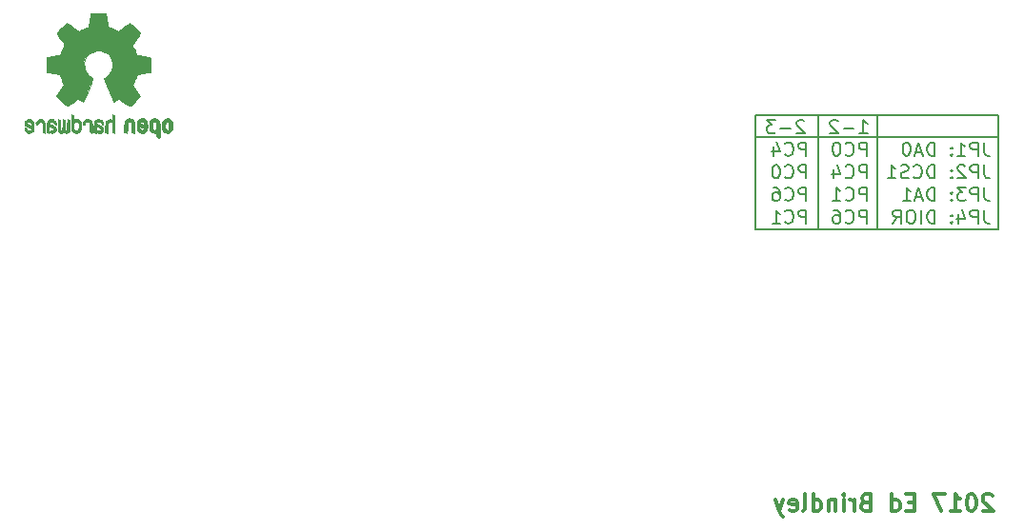
<source format=gbo>
G04 #@! TF.FileFunction,Legend,Bot*
%FSLAX46Y46*%
G04 Gerber Fmt 4.6, Leading zero omitted, Abs format (unit mm)*
G04 Created by KiCad (PCBNEW 4.0.7) date Wed Oct 18 00:41:33 2017*
%MOMM*%
%LPD*%
G01*
G04 APERTURE LIST*
%ADD10C,0.100000*%
%ADD11C,0.200000*%
%ADD12C,0.300000*%
%ADD13C,0.010000*%
G04 APERTURE END LIST*
D10*
D11*
X142748000Y-125476000D02*
X142748000Y-135636000D01*
X158750000Y-127381000D02*
X137160000Y-127381000D01*
X147955000Y-125476000D02*
X147955000Y-135636000D01*
X158750000Y-125476000D02*
X158750000Y-135636000D01*
X137160000Y-125476000D02*
X158750000Y-125476000D01*
X137160000Y-135636000D02*
X137160000Y-125476000D01*
X158750000Y-135636000D02*
X137160000Y-135636000D01*
X146405714Y-127098857D02*
X147091429Y-127098857D01*
X146748571Y-127098857D02*
X146748571Y-125898857D01*
X146862857Y-126070286D01*
X146977143Y-126184571D01*
X147091429Y-126241714D01*
X145891429Y-126641714D02*
X144977143Y-126641714D01*
X144462858Y-126013143D02*
X144405715Y-125956000D01*
X144291429Y-125898857D01*
X144005715Y-125898857D01*
X143891429Y-125956000D01*
X143834286Y-126013143D01*
X143777143Y-126127429D01*
X143777143Y-126241714D01*
X143834286Y-126413143D01*
X144520000Y-127098857D01*
X143777143Y-127098857D01*
X141491429Y-126013143D02*
X141434286Y-125956000D01*
X141320000Y-125898857D01*
X141034286Y-125898857D01*
X140920000Y-125956000D01*
X140862857Y-126013143D01*
X140805714Y-126127429D01*
X140805714Y-126241714D01*
X140862857Y-126413143D01*
X141548571Y-127098857D01*
X140805714Y-127098857D01*
X140291429Y-126641714D02*
X139377143Y-126641714D01*
X138920000Y-125898857D02*
X138177143Y-125898857D01*
X138577143Y-126356000D01*
X138405715Y-126356000D01*
X138291429Y-126413143D01*
X138234286Y-126470286D01*
X138177143Y-126584571D01*
X138177143Y-126870286D01*
X138234286Y-126984571D01*
X138291429Y-127041714D01*
X138405715Y-127098857D01*
X138748572Y-127098857D01*
X138862858Y-127041714D01*
X138920000Y-126984571D01*
X147034286Y-129098857D02*
X147034286Y-127898857D01*
X146577143Y-127898857D01*
X146462857Y-127956000D01*
X146405714Y-128013143D01*
X146348571Y-128127429D01*
X146348571Y-128298857D01*
X146405714Y-128413143D01*
X146462857Y-128470286D01*
X146577143Y-128527429D01*
X147034286Y-128527429D01*
X145148571Y-128984571D02*
X145205714Y-129041714D01*
X145377143Y-129098857D01*
X145491429Y-129098857D01*
X145662857Y-129041714D01*
X145777143Y-128927429D01*
X145834286Y-128813143D01*
X145891429Y-128584571D01*
X145891429Y-128413143D01*
X145834286Y-128184571D01*
X145777143Y-128070286D01*
X145662857Y-127956000D01*
X145491429Y-127898857D01*
X145377143Y-127898857D01*
X145205714Y-127956000D01*
X145148571Y-128013143D01*
X144405714Y-127898857D02*
X144291429Y-127898857D01*
X144177143Y-127956000D01*
X144120000Y-128013143D01*
X144062857Y-128127429D01*
X144005714Y-128356000D01*
X144005714Y-128641714D01*
X144062857Y-128870286D01*
X144120000Y-128984571D01*
X144177143Y-129041714D01*
X144291429Y-129098857D01*
X144405714Y-129098857D01*
X144520000Y-129041714D01*
X144577143Y-128984571D01*
X144634286Y-128870286D01*
X144691429Y-128641714D01*
X144691429Y-128356000D01*
X144634286Y-128127429D01*
X144577143Y-128013143D01*
X144520000Y-127956000D01*
X144405714Y-127898857D01*
X141662857Y-129098857D02*
X141662857Y-127898857D01*
X141205714Y-127898857D01*
X141091428Y-127956000D01*
X141034285Y-128013143D01*
X140977142Y-128127429D01*
X140977142Y-128298857D01*
X141034285Y-128413143D01*
X141091428Y-128470286D01*
X141205714Y-128527429D01*
X141662857Y-128527429D01*
X139777142Y-128984571D02*
X139834285Y-129041714D01*
X140005714Y-129098857D01*
X140120000Y-129098857D01*
X140291428Y-129041714D01*
X140405714Y-128927429D01*
X140462857Y-128813143D01*
X140520000Y-128584571D01*
X140520000Y-128413143D01*
X140462857Y-128184571D01*
X140405714Y-128070286D01*
X140291428Y-127956000D01*
X140120000Y-127898857D01*
X140005714Y-127898857D01*
X139834285Y-127956000D01*
X139777142Y-128013143D01*
X138748571Y-128298857D02*
X138748571Y-129098857D01*
X139034285Y-127841714D02*
X139320000Y-128698857D01*
X138577142Y-128698857D01*
X147034286Y-131098857D02*
X147034286Y-129898857D01*
X146577143Y-129898857D01*
X146462857Y-129956000D01*
X146405714Y-130013143D01*
X146348571Y-130127429D01*
X146348571Y-130298857D01*
X146405714Y-130413143D01*
X146462857Y-130470286D01*
X146577143Y-130527429D01*
X147034286Y-130527429D01*
X145148571Y-130984571D02*
X145205714Y-131041714D01*
X145377143Y-131098857D01*
X145491429Y-131098857D01*
X145662857Y-131041714D01*
X145777143Y-130927429D01*
X145834286Y-130813143D01*
X145891429Y-130584571D01*
X145891429Y-130413143D01*
X145834286Y-130184571D01*
X145777143Y-130070286D01*
X145662857Y-129956000D01*
X145491429Y-129898857D01*
X145377143Y-129898857D01*
X145205714Y-129956000D01*
X145148571Y-130013143D01*
X144120000Y-130298857D02*
X144120000Y-131098857D01*
X144405714Y-129841714D02*
X144691429Y-130698857D01*
X143948571Y-130698857D01*
X141662857Y-131098857D02*
X141662857Y-129898857D01*
X141205714Y-129898857D01*
X141091428Y-129956000D01*
X141034285Y-130013143D01*
X140977142Y-130127429D01*
X140977142Y-130298857D01*
X141034285Y-130413143D01*
X141091428Y-130470286D01*
X141205714Y-130527429D01*
X141662857Y-130527429D01*
X139777142Y-130984571D02*
X139834285Y-131041714D01*
X140005714Y-131098857D01*
X140120000Y-131098857D01*
X140291428Y-131041714D01*
X140405714Y-130927429D01*
X140462857Y-130813143D01*
X140520000Y-130584571D01*
X140520000Y-130413143D01*
X140462857Y-130184571D01*
X140405714Y-130070286D01*
X140291428Y-129956000D01*
X140120000Y-129898857D01*
X140005714Y-129898857D01*
X139834285Y-129956000D01*
X139777142Y-130013143D01*
X139034285Y-129898857D02*
X138920000Y-129898857D01*
X138805714Y-129956000D01*
X138748571Y-130013143D01*
X138691428Y-130127429D01*
X138634285Y-130356000D01*
X138634285Y-130641714D01*
X138691428Y-130870286D01*
X138748571Y-130984571D01*
X138805714Y-131041714D01*
X138920000Y-131098857D01*
X139034285Y-131098857D01*
X139148571Y-131041714D01*
X139205714Y-130984571D01*
X139262857Y-130870286D01*
X139320000Y-130641714D01*
X139320000Y-130356000D01*
X139262857Y-130127429D01*
X139205714Y-130013143D01*
X139148571Y-129956000D01*
X139034285Y-129898857D01*
X147034286Y-133098857D02*
X147034286Y-131898857D01*
X146577143Y-131898857D01*
X146462857Y-131956000D01*
X146405714Y-132013143D01*
X146348571Y-132127429D01*
X146348571Y-132298857D01*
X146405714Y-132413143D01*
X146462857Y-132470286D01*
X146577143Y-132527429D01*
X147034286Y-132527429D01*
X145148571Y-132984571D02*
X145205714Y-133041714D01*
X145377143Y-133098857D01*
X145491429Y-133098857D01*
X145662857Y-133041714D01*
X145777143Y-132927429D01*
X145834286Y-132813143D01*
X145891429Y-132584571D01*
X145891429Y-132413143D01*
X145834286Y-132184571D01*
X145777143Y-132070286D01*
X145662857Y-131956000D01*
X145491429Y-131898857D01*
X145377143Y-131898857D01*
X145205714Y-131956000D01*
X145148571Y-132013143D01*
X144005714Y-133098857D02*
X144691429Y-133098857D01*
X144348571Y-133098857D02*
X144348571Y-131898857D01*
X144462857Y-132070286D01*
X144577143Y-132184571D01*
X144691429Y-132241714D01*
X141662857Y-133098857D02*
X141662857Y-131898857D01*
X141205714Y-131898857D01*
X141091428Y-131956000D01*
X141034285Y-132013143D01*
X140977142Y-132127429D01*
X140977142Y-132298857D01*
X141034285Y-132413143D01*
X141091428Y-132470286D01*
X141205714Y-132527429D01*
X141662857Y-132527429D01*
X139777142Y-132984571D02*
X139834285Y-133041714D01*
X140005714Y-133098857D01*
X140120000Y-133098857D01*
X140291428Y-133041714D01*
X140405714Y-132927429D01*
X140462857Y-132813143D01*
X140520000Y-132584571D01*
X140520000Y-132413143D01*
X140462857Y-132184571D01*
X140405714Y-132070286D01*
X140291428Y-131956000D01*
X140120000Y-131898857D01*
X140005714Y-131898857D01*
X139834285Y-131956000D01*
X139777142Y-132013143D01*
X138748571Y-131898857D02*
X138977142Y-131898857D01*
X139091428Y-131956000D01*
X139148571Y-132013143D01*
X139262857Y-132184571D01*
X139320000Y-132413143D01*
X139320000Y-132870286D01*
X139262857Y-132984571D01*
X139205714Y-133041714D01*
X139091428Y-133098857D01*
X138862857Y-133098857D01*
X138748571Y-133041714D01*
X138691428Y-132984571D01*
X138634285Y-132870286D01*
X138634285Y-132584571D01*
X138691428Y-132470286D01*
X138748571Y-132413143D01*
X138862857Y-132356000D01*
X139091428Y-132356000D01*
X139205714Y-132413143D01*
X139262857Y-132470286D01*
X139320000Y-132584571D01*
X147034286Y-135098857D02*
X147034286Y-133898857D01*
X146577143Y-133898857D01*
X146462857Y-133956000D01*
X146405714Y-134013143D01*
X146348571Y-134127429D01*
X146348571Y-134298857D01*
X146405714Y-134413143D01*
X146462857Y-134470286D01*
X146577143Y-134527429D01*
X147034286Y-134527429D01*
X145148571Y-134984571D02*
X145205714Y-135041714D01*
X145377143Y-135098857D01*
X145491429Y-135098857D01*
X145662857Y-135041714D01*
X145777143Y-134927429D01*
X145834286Y-134813143D01*
X145891429Y-134584571D01*
X145891429Y-134413143D01*
X145834286Y-134184571D01*
X145777143Y-134070286D01*
X145662857Y-133956000D01*
X145491429Y-133898857D01*
X145377143Y-133898857D01*
X145205714Y-133956000D01*
X145148571Y-134013143D01*
X144120000Y-133898857D02*
X144348571Y-133898857D01*
X144462857Y-133956000D01*
X144520000Y-134013143D01*
X144634286Y-134184571D01*
X144691429Y-134413143D01*
X144691429Y-134870286D01*
X144634286Y-134984571D01*
X144577143Y-135041714D01*
X144462857Y-135098857D01*
X144234286Y-135098857D01*
X144120000Y-135041714D01*
X144062857Y-134984571D01*
X144005714Y-134870286D01*
X144005714Y-134584571D01*
X144062857Y-134470286D01*
X144120000Y-134413143D01*
X144234286Y-134356000D01*
X144462857Y-134356000D01*
X144577143Y-134413143D01*
X144634286Y-134470286D01*
X144691429Y-134584571D01*
X141662857Y-135098857D02*
X141662857Y-133898857D01*
X141205714Y-133898857D01*
X141091428Y-133956000D01*
X141034285Y-134013143D01*
X140977142Y-134127429D01*
X140977142Y-134298857D01*
X141034285Y-134413143D01*
X141091428Y-134470286D01*
X141205714Y-134527429D01*
X141662857Y-134527429D01*
X139777142Y-134984571D02*
X139834285Y-135041714D01*
X140005714Y-135098857D01*
X140120000Y-135098857D01*
X140291428Y-135041714D01*
X140405714Y-134927429D01*
X140462857Y-134813143D01*
X140520000Y-134584571D01*
X140520000Y-134413143D01*
X140462857Y-134184571D01*
X140405714Y-134070286D01*
X140291428Y-133956000D01*
X140120000Y-133898857D01*
X140005714Y-133898857D01*
X139834285Y-133956000D01*
X139777142Y-134013143D01*
X138634285Y-135098857D02*
X139320000Y-135098857D01*
X138977142Y-135098857D02*
X138977142Y-133898857D01*
X139091428Y-134070286D01*
X139205714Y-134184571D01*
X139320000Y-134241714D01*
X157486429Y-127898857D02*
X157486429Y-128756000D01*
X157543571Y-128927429D01*
X157657857Y-129041714D01*
X157829286Y-129098857D01*
X157943571Y-129098857D01*
X156915000Y-129098857D02*
X156915000Y-127898857D01*
X156457857Y-127898857D01*
X156343571Y-127956000D01*
X156286428Y-128013143D01*
X156229285Y-128127429D01*
X156229285Y-128298857D01*
X156286428Y-128413143D01*
X156343571Y-128470286D01*
X156457857Y-128527429D01*
X156915000Y-128527429D01*
X155086428Y-129098857D02*
X155772143Y-129098857D01*
X155429285Y-129098857D02*
X155429285Y-127898857D01*
X155543571Y-128070286D01*
X155657857Y-128184571D01*
X155772143Y-128241714D01*
X154572143Y-128984571D02*
X154515000Y-129041714D01*
X154572143Y-129098857D01*
X154629286Y-129041714D01*
X154572143Y-128984571D01*
X154572143Y-129098857D01*
X154572143Y-128356000D02*
X154515000Y-128413143D01*
X154572143Y-128470286D01*
X154629286Y-128413143D01*
X154572143Y-128356000D01*
X154572143Y-128470286D01*
X153086428Y-129098857D02*
X153086428Y-127898857D01*
X152800713Y-127898857D01*
X152629285Y-127956000D01*
X152514999Y-128070286D01*
X152457856Y-128184571D01*
X152400713Y-128413143D01*
X152400713Y-128584571D01*
X152457856Y-128813143D01*
X152514999Y-128927429D01*
X152629285Y-129041714D01*
X152800713Y-129098857D01*
X153086428Y-129098857D01*
X151943571Y-128756000D02*
X151372142Y-128756000D01*
X152057856Y-129098857D02*
X151657856Y-127898857D01*
X151257856Y-129098857D01*
X150629285Y-127898857D02*
X150515000Y-127898857D01*
X150400714Y-127956000D01*
X150343571Y-128013143D01*
X150286428Y-128127429D01*
X150229285Y-128356000D01*
X150229285Y-128641714D01*
X150286428Y-128870286D01*
X150343571Y-128984571D01*
X150400714Y-129041714D01*
X150515000Y-129098857D01*
X150629285Y-129098857D01*
X150743571Y-129041714D01*
X150800714Y-128984571D01*
X150857857Y-128870286D01*
X150915000Y-128641714D01*
X150915000Y-128356000D01*
X150857857Y-128127429D01*
X150800714Y-128013143D01*
X150743571Y-127956000D01*
X150629285Y-127898857D01*
X157486429Y-129898857D02*
X157486429Y-130756000D01*
X157543571Y-130927429D01*
X157657857Y-131041714D01*
X157829286Y-131098857D01*
X157943571Y-131098857D01*
X156915000Y-131098857D02*
X156915000Y-129898857D01*
X156457857Y-129898857D01*
X156343571Y-129956000D01*
X156286428Y-130013143D01*
X156229285Y-130127429D01*
X156229285Y-130298857D01*
X156286428Y-130413143D01*
X156343571Y-130470286D01*
X156457857Y-130527429D01*
X156915000Y-130527429D01*
X155772143Y-130013143D02*
X155715000Y-129956000D01*
X155600714Y-129898857D01*
X155315000Y-129898857D01*
X155200714Y-129956000D01*
X155143571Y-130013143D01*
X155086428Y-130127429D01*
X155086428Y-130241714D01*
X155143571Y-130413143D01*
X155829285Y-131098857D01*
X155086428Y-131098857D01*
X154572143Y-130984571D02*
X154515000Y-131041714D01*
X154572143Y-131098857D01*
X154629286Y-131041714D01*
X154572143Y-130984571D01*
X154572143Y-131098857D01*
X154572143Y-130356000D02*
X154515000Y-130413143D01*
X154572143Y-130470286D01*
X154629286Y-130413143D01*
X154572143Y-130356000D01*
X154572143Y-130470286D01*
X153086428Y-131098857D02*
X153086428Y-129898857D01*
X152800713Y-129898857D01*
X152629285Y-129956000D01*
X152514999Y-130070286D01*
X152457856Y-130184571D01*
X152400713Y-130413143D01*
X152400713Y-130584571D01*
X152457856Y-130813143D01*
X152514999Y-130927429D01*
X152629285Y-131041714D01*
X152800713Y-131098857D01*
X153086428Y-131098857D01*
X151200713Y-130984571D02*
X151257856Y-131041714D01*
X151429285Y-131098857D01*
X151543571Y-131098857D01*
X151714999Y-131041714D01*
X151829285Y-130927429D01*
X151886428Y-130813143D01*
X151943571Y-130584571D01*
X151943571Y-130413143D01*
X151886428Y-130184571D01*
X151829285Y-130070286D01*
X151714999Y-129956000D01*
X151543571Y-129898857D01*
X151429285Y-129898857D01*
X151257856Y-129956000D01*
X151200713Y-130013143D01*
X150743571Y-131041714D02*
X150572142Y-131098857D01*
X150286428Y-131098857D01*
X150172142Y-131041714D01*
X150114999Y-130984571D01*
X150057856Y-130870286D01*
X150057856Y-130756000D01*
X150114999Y-130641714D01*
X150172142Y-130584571D01*
X150286428Y-130527429D01*
X150514999Y-130470286D01*
X150629285Y-130413143D01*
X150686428Y-130356000D01*
X150743571Y-130241714D01*
X150743571Y-130127429D01*
X150686428Y-130013143D01*
X150629285Y-129956000D01*
X150514999Y-129898857D01*
X150229285Y-129898857D01*
X150057856Y-129956000D01*
X148914999Y-131098857D02*
X149600714Y-131098857D01*
X149257856Y-131098857D02*
X149257856Y-129898857D01*
X149372142Y-130070286D01*
X149486428Y-130184571D01*
X149600714Y-130241714D01*
X157486429Y-131898857D02*
X157486429Y-132756000D01*
X157543571Y-132927429D01*
X157657857Y-133041714D01*
X157829286Y-133098857D01*
X157943571Y-133098857D01*
X156915000Y-133098857D02*
X156915000Y-131898857D01*
X156457857Y-131898857D01*
X156343571Y-131956000D01*
X156286428Y-132013143D01*
X156229285Y-132127429D01*
X156229285Y-132298857D01*
X156286428Y-132413143D01*
X156343571Y-132470286D01*
X156457857Y-132527429D01*
X156915000Y-132527429D01*
X155829285Y-131898857D02*
X155086428Y-131898857D01*
X155486428Y-132356000D01*
X155315000Y-132356000D01*
X155200714Y-132413143D01*
X155143571Y-132470286D01*
X155086428Y-132584571D01*
X155086428Y-132870286D01*
X155143571Y-132984571D01*
X155200714Y-133041714D01*
X155315000Y-133098857D01*
X155657857Y-133098857D01*
X155772143Y-133041714D01*
X155829285Y-132984571D01*
X154572143Y-132984571D02*
X154515000Y-133041714D01*
X154572143Y-133098857D01*
X154629286Y-133041714D01*
X154572143Y-132984571D01*
X154572143Y-133098857D01*
X154572143Y-132356000D02*
X154515000Y-132413143D01*
X154572143Y-132470286D01*
X154629286Y-132413143D01*
X154572143Y-132356000D01*
X154572143Y-132470286D01*
X153086428Y-133098857D02*
X153086428Y-131898857D01*
X152800713Y-131898857D01*
X152629285Y-131956000D01*
X152514999Y-132070286D01*
X152457856Y-132184571D01*
X152400713Y-132413143D01*
X152400713Y-132584571D01*
X152457856Y-132813143D01*
X152514999Y-132927429D01*
X152629285Y-133041714D01*
X152800713Y-133098857D01*
X153086428Y-133098857D01*
X151943571Y-132756000D02*
X151372142Y-132756000D01*
X152057856Y-133098857D02*
X151657856Y-131898857D01*
X151257856Y-133098857D01*
X150229285Y-133098857D02*
X150915000Y-133098857D01*
X150572142Y-133098857D02*
X150572142Y-131898857D01*
X150686428Y-132070286D01*
X150800714Y-132184571D01*
X150915000Y-132241714D01*
X157486429Y-133898857D02*
X157486429Y-134756000D01*
X157543571Y-134927429D01*
X157657857Y-135041714D01*
X157829286Y-135098857D01*
X157943571Y-135098857D01*
X156915000Y-135098857D02*
X156915000Y-133898857D01*
X156457857Y-133898857D01*
X156343571Y-133956000D01*
X156286428Y-134013143D01*
X156229285Y-134127429D01*
X156229285Y-134298857D01*
X156286428Y-134413143D01*
X156343571Y-134470286D01*
X156457857Y-134527429D01*
X156915000Y-134527429D01*
X155200714Y-134298857D02*
X155200714Y-135098857D01*
X155486428Y-133841714D02*
X155772143Y-134698857D01*
X155029285Y-134698857D01*
X154572143Y-134984571D02*
X154515000Y-135041714D01*
X154572143Y-135098857D01*
X154629286Y-135041714D01*
X154572143Y-134984571D01*
X154572143Y-135098857D01*
X154572143Y-134356000D02*
X154515000Y-134413143D01*
X154572143Y-134470286D01*
X154629286Y-134413143D01*
X154572143Y-134356000D01*
X154572143Y-134470286D01*
X153086428Y-135098857D02*
X153086428Y-133898857D01*
X152800713Y-133898857D01*
X152629285Y-133956000D01*
X152514999Y-134070286D01*
X152457856Y-134184571D01*
X152400713Y-134413143D01*
X152400713Y-134584571D01*
X152457856Y-134813143D01*
X152514999Y-134927429D01*
X152629285Y-135041714D01*
X152800713Y-135098857D01*
X153086428Y-135098857D01*
X151886428Y-135098857D02*
X151886428Y-133898857D01*
X151086427Y-133898857D02*
X150857856Y-133898857D01*
X150743570Y-133956000D01*
X150629284Y-134070286D01*
X150572142Y-134298857D01*
X150572142Y-134698857D01*
X150629284Y-134927429D01*
X150743570Y-135041714D01*
X150857856Y-135098857D01*
X151086427Y-135098857D01*
X151200713Y-135041714D01*
X151314999Y-134927429D01*
X151372142Y-134698857D01*
X151372142Y-134298857D01*
X151314999Y-134070286D01*
X151200713Y-133956000D01*
X151086427Y-133898857D01*
X149372141Y-135098857D02*
X149772141Y-134527429D01*
X150057856Y-135098857D02*
X150057856Y-133898857D01*
X149600713Y-133898857D01*
X149486427Y-133956000D01*
X149429284Y-134013143D01*
X149372141Y-134127429D01*
X149372141Y-134298857D01*
X149429284Y-134413143D01*
X149486427Y-134470286D01*
X149600713Y-134527429D01*
X150057856Y-134527429D01*
D12*
X158197142Y-159341429D02*
X158125713Y-159270000D01*
X157982856Y-159198571D01*
X157625713Y-159198571D01*
X157482856Y-159270000D01*
X157411427Y-159341429D01*
X157339999Y-159484286D01*
X157339999Y-159627143D01*
X157411427Y-159841429D01*
X158268570Y-160698571D01*
X157339999Y-160698571D01*
X156411428Y-159198571D02*
X156268571Y-159198571D01*
X156125714Y-159270000D01*
X156054285Y-159341429D01*
X155982856Y-159484286D01*
X155911428Y-159770000D01*
X155911428Y-160127143D01*
X155982856Y-160412857D01*
X156054285Y-160555714D01*
X156125714Y-160627143D01*
X156268571Y-160698571D01*
X156411428Y-160698571D01*
X156554285Y-160627143D01*
X156625714Y-160555714D01*
X156697142Y-160412857D01*
X156768571Y-160127143D01*
X156768571Y-159770000D01*
X156697142Y-159484286D01*
X156625714Y-159341429D01*
X156554285Y-159270000D01*
X156411428Y-159198571D01*
X154482857Y-160698571D02*
X155340000Y-160698571D01*
X154911428Y-160698571D02*
X154911428Y-159198571D01*
X155054285Y-159412857D01*
X155197143Y-159555714D01*
X155340000Y-159627143D01*
X153982857Y-159198571D02*
X152982857Y-159198571D01*
X153625714Y-160698571D01*
X151268572Y-159912857D02*
X150768572Y-159912857D01*
X150554286Y-160698571D02*
X151268572Y-160698571D01*
X151268572Y-159198571D01*
X150554286Y-159198571D01*
X149268572Y-160698571D02*
X149268572Y-159198571D01*
X149268572Y-160627143D02*
X149411429Y-160698571D01*
X149697143Y-160698571D01*
X149840001Y-160627143D01*
X149911429Y-160555714D01*
X149982858Y-160412857D01*
X149982858Y-159984286D01*
X149911429Y-159841429D01*
X149840001Y-159770000D01*
X149697143Y-159698571D01*
X149411429Y-159698571D01*
X149268572Y-159770000D01*
X146911429Y-159912857D02*
X146697143Y-159984286D01*
X146625715Y-160055714D01*
X146554286Y-160198571D01*
X146554286Y-160412857D01*
X146625715Y-160555714D01*
X146697143Y-160627143D01*
X146840001Y-160698571D01*
X147411429Y-160698571D01*
X147411429Y-159198571D01*
X146911429Y-159198571D01*
X146768572Y-159270000D01*
X146697143Y-159341429D01*
X146625715Y-159484286D01*
X146625715Y-159627143D01*
X146697143Y-159770000D01*
X146768572Y-159841429D01*
X146911429Y-159912857D01*
X147411429Y-159912857D01*
X145911429Y-160698571D02*
X145911429Y-159698571D01*
X145911429Y-159984286D02*
X145840001Y-159841429D01*
X145768572Y-159770000D01*
X145625715Y-159698571D01*
X145482858Y-159698571D01*
X144982858Y-160698571D02*
X144982858Y-159698571D01*
X144982858Y-159198571D02*
X145054287Y-159270000D01*
X144982858Y-159341429D01*
X144911430Y-159270000D01*
X144982858Y-159198571D01*
X144982858Y-159341429D01*
X144268572Y-159698571D02*
X144268572Y-160698571D01*
X144268572Y-159841429D02*
X144197144Y-159770000D01*
X144054286Y-159698571D01*
X143840001Y-159698571D01*
X143697144Y-159770000D01*
X143625715Y-159912857D01*
X143625715Y-160698571D01*
X142268572Y-160698571D02*
X142268572Y-159198571D01*
X142268572Y-160627143D02*
X142411429Y-160698571D01*
X142697143Y-160698571D01*
X142840001Y-160627143D01*
X142911429Y-160555714D01*
X142982858Y-160412857D01*
X142982858Y-159984286D01*
X142911429Y-159841429D01*
X142840001Y-159770000D01*
X142697143Y-159698571D01*
X142411429Y-159698571D01*
X142268572Y-159770000D01*
X141340000Y-160698571D02*
X141482858Y-160627143D01*
X141554286Y-160484286D01*
X141554286Y-159198571D01*
X140197144Y-160627143D02*
X140340001Y-160698571D01*
X140625715Y-160698571D01*
X140768572Y-160627143D01*
X140840001Y-160484286D01*
X140840001Y-159912857D01*
X140768572Y-159770000D01*
X140625715Y-159698571D01*
X140340001Y-159698571D01*
X140197144Y-159770000D01*
X140125715Y-159912857D01*
X140125715Y-160055714D01*
X140840001Y-160198571D01*
X139625715Y-159698571D02*
X139268572Y-160698571D01*
X138911430Y-159698571D02*
X139268572Y-160698571D01*
X139411430Y-161055714D01*
X139482858Y-161127143D01*
X139625715Y-161198571D01*
D13*
G36*
X83568100Y-125781903D02*
X83456550Y-125837522D01*
X83358092Y-125939931D01*
X83330977Y-125977864D01*
X83301438Y-126027500D01*
X83282272Y-126081412D01*
X83271307Y-126153364D01*
X83266371Y-126257122D01*
X83265287Y-126394101D01*
X83270182Y-126581815D01*
X83287196Y-126722758D01*
X83319823Y-126827908D01*
X83371558Y-126908243D01*
X83445896Y-126974741D01*
X83451358Y-126978678D01*
X83524620Y-127018953D01*
X83612840Y-127038880D01*
X83725038Y-127043793D01*
X83907433Y-127043793D01*
X83907509Y-127220857D01*
X83909207Y-127319470D01*
X83919550Y-127377314D01*
X83946578Y-127412006D01*
X83998332Y-127441164D01*
X84010761Y-127447121D01*
X84068923Y-127475039D01*
X84113956Y-127492672D01*
X84147441Y-127494194D01*
X84170962Y-127473781D01*
X84186100Y-127425607D01*
X84194437Y-127343846D01*
X84197556Y-127222672D01*
X84197040Y-127056260D01*
X84194471Y-126838785D01*
X84193668Y-126773736D01*
X84190778Y-126549502D01*
X84188188Y-126402821D01*
X83907586Y-126402821D01*
X83906009Y-126527326D01*
X83899000Y-126608787D01*
X83883142Y-126662515D01*
X83855019Y-126703823D01*
X83835925Y-126723971D01*
X83757865Y-126782921D01*
X83688753Y-126787720D01*
X83617440Y-126739038D01*
X83615632Y-126737241D01*
X83586617Y-126699618D01*
X83568967Y-126648484D01*
X83560064Y-126569738D01*
X83557291Y-126449276D01*
X83557241Y-126422588D01*
X83563942Y-126256583D01*
X83585752Y-126141505D01*
X83625235Y-126071254D01*
X83684956Y-126039729D01*
X83719472Y-126036552D01*
X83801389Y-126051460D01*
X83857579Y-126100548D01*
X83891402Y-126190362D01*
X83906220Y-126327445D01*
X83907586Y-126402821D01*
X84188188Y-126402821D01*
X84187713Y-126375952D01*
X84183753Y-126245382D01*
X84178174Y-126150087D01*
X84170254Y-126082364D01*
X84159269Y-126034507D01*
X84144499Y-125998813D01*
X84125218Y-125967578D01*
X84116951Y-125955824D01*
X84007288Y-125844797D01*
X83868635Y-125781847D01*
X83708246Y-125764297D01*
X83568100Y-125781903D01*
X83568100Y-125781903D01*
G37*
X83568100Y-125781903D02*
X83456550Y-125837522D01*
X83358092Y-125939931D01*
X83330977Y-125977864D01*
X83301438Y-126027500D01*
X83282272Y-126081412D01*
X83271307Y-126153364D01*
X83266371Y-126257122D01*
X83265287Y-126394101D01*
X83270182Y-126581815D01*
X83287196Y-126722758D01*
X83319823Y-126827908D01*
X83371558Y-126908243D01*
X83445896Y-126974741D01*
X83451358Y-126978678D01*
X83524620Y-127018953D01*
X83612840Y-127038880D01*
X83725038Y-127043793D01*
X83907433Y-127043793D01*
X83907509Y-127220857D01*
X83909207Y-127319470D01*
X83919550Y-127377314D01*
X83946578Y-127412006D01*
X83998332Y-127441164D01*
X84010761Y-127447121D01*
X84068923Y-127475039D01*
X84113956Y-127492672D01*
X84147441Y-127494194D01*
X84170962Y-127473781D01*
X84186100Y-127425607D01*
X84194437Y-127343846D01*
X84197556Y-127222672D01*
X84197040Y-127056260D01*
X84194471Y-126838785D01*
X84193668Y-126773736D01*
X84190778Y-126549502D01*
X84188188Y-126402821D01*
X83907586Y-126402821D01*
X83906009Y-126527326D01*
X83899000Y-126608787D01*
X83883142Y-126662515D01*
X83855019Y-126703823D01*
X83835925Y-126723971D01*
X83757865Y-126782921D01*
X83688753Y-126787720D01*
X83617440Y-126739038D01*
X83615632Y-126737241D01*
X83586617Y-126699618D01*
X83568967Y-126648484D01*
X83560064Y-126569738D01*
X83557291Y-126449276D01*
X83557241Y-126422588D01*
X83563942Y-126256583D01*
X83585752Y-126141505D01*
X83625235Y-126071254D01*
X83684956Y-126039729D01*
X83719472Y-126036552D01*
X83801389Y-126051460D01*
X83857579Y-126100548D01*
X83891402Y-126190362D01*
X83906220Y-126327445D01*
X83907586Y-126402821D01*
X84188188Y-126402821D01*
X84187713Y-126375952D01*
X84183753Y-126245382D01*
X84178174Y-126150087D01*
X84170254Y-126082364D01*
X84159269Y-126034507D01*
X84144499Y-125998813D01*
X84125218Y-125967578D01*
X84116951Y-125955824D01*
X84007288Y-125844797D01*
X83868635Y-125781847D01*
X83708246Y-125764297D01*
X83568100Y-125781903D01*
G36*
X81322571Y-125797719D02*
X81228877Y-125851914D01*
X81163736Y-125905707D01*
X81116093Y-125962066D01*
X81083272Y-126030987D01*
X81062594Y-126122468D01*
X81051380Y-126246506D01*
X81046951Y-126413098D01*
X81046437Y-126532851D01*
X81046437Y-126973659D01*
X81170517Y-127029283D01*
X81294598Y-127084907D01*
X81309195Y-126602095D01*
X81315227Y-126421779D01*
X81321555Y-126290901D01*
X81329394Y-126200511D01*
X81339963Y-126141664D01*
X81354477Y-126105413D01*
X81374152Y-126082810D01*
X81380465Y-126077917D01*
X81476112Y-126039706D01*
X81572793Y-126054827D01*
X81630345Y-126094943D01*
X81653755Y-126123370D01*
X81669961Y-126160672D01*
X81680259Y-126217223D01*
X81685951Y-126303394D01*
X81688336Y-126429558D01*
X81688736Y-126561042D01*
X81688814Y-126725999D01*
X81691639Y-126842761D01*
X81701093Y-126921510D01*
X81721060Y-126972431D01*
X81755424Y-127005706D01*
X81808068Y-127031520D01*
X81878383Y-127058344D01*
X81955180Y-127087542D01*
X81946038Y-126569346D01*
X81942357Y-126382539D01*
X81938050Y-126244490D01*
X81931877Y-126145568D01*
X81922598Y-126076145D01*
X81908973Y-126026590D01*
X81889761Y-125987273D01*
X81866598Y-125952584D01*
X81754848Y-125841770D01*
X81618487Y-125777689D01*
X81470175Y-125762339D01*
X81322571Y-125797719D01*
X81322571Y-125797719D01*
G37*
X81322571Y-125797719D02*
X81228877Y-125851914D01*
X81163736Y-125905707D01*
X81116093Y-125962066D01*
X81083272Y-126030987D01*
X81062594Y-126122468D01*
X81051380Y-126246506D01*
X81046951Y-126413098D01*
X81046437Y-126532851D01*
X81046437Y-126973659D01*
X81170517Y-127029283D01*
X81294598Y-127084907D01*
X81309195Y-126602095D01*
X81315227Y-126421779D01*
X81321555Y-126290901D01*
X81329394Y-126200511D01*
X81339963Y-126141664D01*
X81354477Y-126105413D01*
X81374152Y-126082810D01*
X81380465Y-126077917D01*
X81476112Y-126039706D01*
X81572793Y-126054827D01*
X81630345Y-126094943D01*
X81653755Y-126123370D01*
X81669961Y-126160672D01*
X81680259Y-126217223D01*
X81685951Y-126303394D01*
X81688336Y-126429558D01*
X81688736Y-126561042D01*
X81688814Y-126725999D01*
X81691639Y-126842761D01*
X81701093Y-126921510D01*
X81721060Y-126972431D01*
X81755424Y-127005706D01*
X81808068Y-127031520D01*
X81878383Y-127058344D01*
X81955180Y-127087542D01*
X81946038Y-126569346D01*
X81942357Y-126382539D01*
X81938050Y-126244490D01*
X81931877Y-126145568D01*
X81922598Y-126076145D01*
X81908973Y-126026590D01*
X81889761Y-125987273D01*
X81866598Y-125952584D01*
X81754848Y-125841770D01*
X81618487Y-125777689D01*
X81470175Y-125762339D01*
X81322571Y-125797719D01*
G36*
X84691779Y-125786015D02*
X84554939Y-125857968D01*
X84453949Y-125973766D01*
X84418075Y-126048213D01*
X84390161Y-126159992D01*
X84375871Y-126301227D01*
X84374516Y-126455371D01*
X84385405Y-126605879D01*
X84407847Y-126736205D01*
X84441150Y-126829803D01*
X84451385Y-126845922D01*
X84572618Y-126966249D01*
X84716613Y-127038317D01*
X84872861Y-127059408D01*
X85030852Y-127026802D01*
X85074820Y-127007253D01*
X85160444Y-126947012D01*
X85235592Y-126867135D01*
X85242694Y-126857004D01*
X85271561Y-126808181D01*
X85290643Y-126755990D01*
X85301916Y-126687285D01*
X85307355Y-126588918D01*
X85308938Y-126447744D01*
X85308965Y-126416092D01*
X85308893Y-126406019D01*
X85017011Y-126406019D01*
X85015313Y-126539256D01*
X85008628Y-126627674D01*
X84994575Y-126684785D01*
X84970771Y-126724102D01*
X84958621Y-126737241D01*
X84888764Y-126787172D01*
X84820941Y-126784895D01*
X84752365Y-126741584D01*
X84711465Y-126695346D01*
X84687242Y-126627857D01*
X84673639Y-126521433D01*
X84672706Y-126509020D01*
X84670384Y-126316147D01*
X84694650Y-126172900D01*
X84745176Y-126080160D01*
X84821632Y-126038807D01*
X84848924Y-126036552D01*
X84920589Y-126047893D01*
X84969610Y-126087184D01*
X84999582Y-126162326D01*
X85014101Y-126281222D01*
X85017011Y-126406019D01*
X85308893Y-126406019D01*
X85307878Y-126265659D01*
X85303312Y-126160549D01*
X85293312Y-126087714D01*
X85275921Y-126034108D01*
X85249184Y-125986681D01*
X85243276Y-125977864D01*
X85143968Y-125859007D01*
X85035758Y-125790008D01*
X84904019Y-125762619D01*
X84859283Y-125761281D01*
X84691779Y-125786015D01*
X84691779Y-125786015D01*
G37*
X84691779Y-125786015D02*
X84554939Y-125857968D01*
X84453949Y-125973766D01*
X84418075Y-126048213D01*
X84390161Y-126159992D01*
X84375871Y-126301227D01*
X84374516Y-126455371D01*
X84385405Y-126605879D01*
X84407847Y-126736205D01*
X84441150Y-126829803D01*
X84451385Y-126845922D01*
X84572618Y-126966249D01*
X84716613Y-127038317D01*
X84872861Y-127059408D01*
X85030852Y-127026802D01*
X85074820Y-127007253D01*
X85160444Y-126947012D01*
X85235592Y-126867135D01*
X85242694Y-126857004D01*
X85271561Y-126808181D01*
X85290643Y-126755990D01*
X85301916Y-126687285D01*
X85307355Y-126588918D01*
X85308938Y-126447744D01*
X85308965Y-126416092D01*
X85308893Y-126406019D01*
X85017011Y-126406019D01*
X85015313Y-126539256D01*
X85008628Y-126627674D01*
X84994575Y-126684785D01*
X84970771Y-126724102D01*
X84958621Y-126737241D01*
X84888764Y-126787172D01*
X84820941Y-126784895D01*
X84752365Y-126741584D01*
X84711465Y-126695346D01*
X84687242Y-126627857D01*
X84673639Y-126521433D01*
X84672706Y-126509020D01*
X84670384Y-126316147D01*
X84694650Y-126172900D01*
X84745176Y-126080160D01*
X84821632Y-126038807D01*
X84848924Y-126036552D01*
X84920589Y-126047893D01*
X84969610Y-126087184D01*
X84999582Y-126162326D01*
X85014101Y-126281222D01*
X85017011Y-126406019D01*
X85308893Y-126406019D01*
X85307878Y-126265659D01*
X85303312Y-126160549D01*
X85293312Y-126087714D01*
X85275921Y-126034108D01*
X85249184Y-125986681D01*
X85243276Y-125977864D01*
X85143968Y-125859007D01*
X85035758Y-125790008D01*
X84904019Y-125762619D01*
X84859283Y-125761281D01*
X84691779Y-125786015D01*
G36*
X82424448Y-125804676D02*
X82309342Y-125882111D01*
X82220389Y-125993949D01*
X82167251Y-126136265D01*
X82156503Y-126241015D01*
X82157724Y-126284726D01*
X82167944Y-126318194D01*
X82196039Y-126348179D01*
X82250884Y-126381440D01*
X82341355Y-126424738D01*
X82476328Y-126484833D01*
X82477011Y-126485134D01*
X82601249Y-126542037D01*
X82703127Y-126592565D01*
X82772233Y-126631280D01*
X82798154Y-126652740D01*
X82798161Y-126652913D01*
X82775315Y-126699644D01*
X82721891Y-126751154D01*
X82660558Y-126788261D01*
X82629485Y-126795632D01*
X82544711Y-126770138D01*
X82471707Y-126706291D01*
X82436087Y-126636094D01*
X82401820Y-126584343D01*
X82334697Y-126525409D01*
X82255792Y-126474496D01*
X82186179Y-126446809D01*
X82171623Y-126445287D01*
X82155237Y-126470321D01*
X82154250Y-126534311D01*
X82166292Y-126620593D01*
X82188993Y-126712501D01*
X82219986Y-126793369D01*
X82221552Y-126796509D01*
X82314819Y-126926734D01*
X82435696Y-127015311D01*
X82572973Y-127058786D01*
X82715440Y-127053706D01*
X82851888Y-126996616D01*
X82857955Y-126992602D01*
X82965290Y-126895326D01*
X83035868Y-126768409D01*
X83074926Y-126601526D01*
X83080168Y-126554639D01*
X83089452Y-126333329D01*
X83078322Y-126230124D01*
X82798161Y-126230124D01*
X82794521Y-126294503D01*
X82774611Y-126313291D01*
X82724974Y-126299235D01*
X82646733Y-126266009D01*
X82559274Y-126224359D01*
X82557101Y-126223256D01*
X82482970Y-126184265D01*
X82453219Y-126158244D01*
X82460555Y-126130965D01*
X82491447Y-126095121D01*
X82570040Y-126043251D01*
X82654677Y-126039439D01*
X82730597Y-126077189D01*
X82783035Y-126150001D01*
X82798161Y-126230124D01*
X83078322Y-126230124D01*
X83070356Y-126156261D01*
X83021366Y-126015829D01*
X82953164Y-125917447D01*
X82830065Y-125818030D01*
X82694472Y-125768711D01*
X82556045Y-125765568D01*
X82424448Y-125804676D01*
X82424448Y-125804676D01*
G37*
X82424448Y-125804676D02*
X82309342Y-125882111D01*
X82220389Y-125993949D01*
X82167251Y-126136265D01*
X82156503Y-126241015D01*
X82157724Y-126284726D01*
X82167944Y-126318194D01*
X82196039Y-126348179D01*
X82250884Y-126381440D01*
X82341355Y-126424738D01*
X82476328Y-126484833D01*
X82477011Y-126485134D01*
X82601249Y-126542037D01*
X82703127Y-126592565D01*
X82772233Y-126631280D01*
X82798154Y-126652740D01*
X82798161Y-126652913D01*
X82775315Y-126699644D01*
X82721891Y-126751154D01*
X82660558Y-126788261D01*
X82629485Y-126795632D01*
X82544711Y-126770138D01*
X82471707Y-126706291D01*
X82436087Y-126636094D01*
X82401820Y-126584343D01*
X82334697Y-126525409D01*
X82255792Y-126474496D01*
X82186179Y-126446809D01*
X82171623Y-126445287D01*
X82155237Y-126470321D01*
X82154250Y-126534311D01*
X82166292Y-126620593D01*
X82188993Y-126712501D01*
X82219986Y-126793369D01*
X82221552Y-126796509D01*
X82314819Y-126926734D01*
X82435696Y-127015311D01*
X82572973Y-127058786D01*
X82715440Y-127053706D01*
X82851888Y-126996616D01*
X82857955Y-126992602D01*
X82965290Y-126895326D01*
X83035868Y-126768409D01*
X83074926Y-126601526D01*
X83080168Y-126554639D01*
X83089452Y-126333329D01*
X83078322Y-126230124D01*
X82798161Y-126230124D01*
X82794521Y-126294503D01*
X82774611Y-126313291D01*
X82724974Y-126299235D01*
X82646733Y-126266009D01*
X82559274Y-126224359D01*
X82557101Y-126223256D01*
X82482970Y-126184265D01*
X82453219Y-126158244D01*
X82460555Y-126130965D01*
X82491447Y-126095121D01*
X82570040Y-126043251D01*
X82654677Y-126039439D01*
X82730597Y-126077189D01*
X82783035Y-126150001D01*
X82798161Y-126230124D01*
X83078322Y-126230124D01*
X83070356Y-126156261D01*
X83021366Y-126015829D01*
X82953164Y-125917447D01*
X82830065Y-125818030D01*
X82694472Y-125768711D01*
X82556045Y-125765568D01*
X82424448Y-125804676D01*
G36*
X79995402Y-125643857D02*
X79986846Y-125763188D01*
X79977019Y-125833506D01*
X79963401Y-125864179D01*
X79943473Y-125864571D01*
X79937011Y-125860910D01*
X79851060Y-125834398D01*
X79739255Y-125835946D01*
X79625586Y-125863199D01*
X79554490Y-125898455D01*
X79481595Y-125954778D01*
X79428307Y-126018519D01*
X79391725Y-126099510D01*
X79368950Y-126207586D01*
X79357081Y-126352580D01*
X79353218Y-126544326D01*
X79353149Y-126581109D01*
X79353103Y-126994288D01*
X79445046Y-127026339D01*
X79510348Y-127048144D01*
X79546176Y-127058297D01*
X79547230Y-127058391D01*
X79550758Y-127030860D01*
X79553761Y-126954923D01*
X79556010Y-126840565D01*
X79557276Y-126697769D01*
X79557471Y-126610951D01*
X79557877Y-126439773D01*
X79559968Y-126317088D01*
X79565053Y-126233000D01*
X79574440Y-126177614D01*
X79589439Y-126141032D01*
X79611358Y-126113359D01*
X79625043Y-126100032D01*
X79719051Y-126046328D01*
X79821636Y-126042307D01*
X79914710Y-126087725D01*
X79931922Y-126104123D01*
X79957168Y-126134957D01*
X79974680Y-126171531D01*
X79985858Y-126224415D01*
X79992104Y-126304177D01*
X79994818Y-126421385D01*
X79995402Y-126582991D01*
X79995402Y-126994288D01*
X80087345Y-127026339D01*
X80152647Y-127048144D01*
X80188475Y-127058297D01*
X80189529Y-127058391D01*
X80192225Y-127030448D01*
X80194655Y-126951630D01*
X80196722Y-126829453D01*
X80198329Y-126671432D01*
X80199377Y-126485083D01*
X80199769Y-126277920D01*
X80199770Y-126268706D01*
X80199770Y-125479020D01*
X80104885Y-125438997D01*
X80010000Y-125398973D01*
X79995402Y-125643857D01*
X79995402Y-125643857D01*
G37*
X79995402Y-125643857D02*
X79986846Y-125763188D01*
X79977019Y-125833506D01*
X79963401Y-125864179D01*
X79943473Y-125864571D01*
X79937011Y-125860910D01*
X79851060Y-125834398D01*
X79739255Y-125835946D01*
X79625586Y-125863199D01*
X79554490Y-125898455D01*
X79481595Y-125954778D01*
X79428307Y-126018519D01*
X79391725Y-126099510D01*
X79368950Y-126207586D01*
X79357081Y-126352580D01*
X79353218Y-126544326D01*
X79353149Y-126581109D01*
X79353103Y-126994288D01*
X79445046Y-127026339D01*
X79510348Y-127048144D01*
X79546176Y-127058297D01*
X79547230Y-127058391D01*
X79550758Y-127030860D01*
X79553761Y-126954923D01*
X79556010Y-126840565D01*
X79557276Y-126697769D01*
X79557471Y-126610951D01*
X79557877Y-126439773D01*
X79559968Y-126317088D01*
X79565053Y-126233000D01*
X79574440Y-126177614D01*
X79589439Y-126141032D01*
X79611358Y-126113359D01*
X79625043Y-126100032D01*
X79719051Y-126046328D01*
X79821636Y-126042307D01*
X79914710Y-126087725D01*
X79931922Y-126104123D01*
X79957168Y-126134957D01*
X79974680Y-126171531D01*
X79985858Y-126224415D01*
X79992104Y-126304177D01*
X79994818Y-126421385D01*
X79995402Y-126582991D01*
X79995402Y-126994288D01*
X80087345Y-127026339D01*
X80152647Y-127048144D01*
X80188475Y-127058297D01*
X80189529Y-127058391D01*
X80192225Y-127030448D01*
X80194655Y-126951630D01*
X80196722Y-126829453D01*
X80198329Y-126671432D01*
X80199377Y-126485083D01*
X80199769Y-126277920D01*
X80199770Y-126268706D01*
X80199770Y-125479020D01*
X80104885Y-125438997D01*
X80010000Y-125398973D01*
X79995402Y-125643857D01*
G36*
X78660056Y-125844360D02*
X78545657Y-125886842D01*
X78544348Y-125887658D01*
X78473597Y-125939730D01*
X78421364Y-126000584D01*
X78384629Y-126079887D01*
X78360366Y-126187309D01*
X78345555Y-126332517D01*
X78337171Y-126525179D01*
X78336436Y-126552628D01*
X78325880Y-126966521D01*
X78414709Y-127012456D01*
X78478982Y-127043498D01*
X78517790Y-127058206D01*
X78519585Y-127058391D01*
X78526300Y-127031250D01*
X78531635Y-126958041D01*
X78534917Y-126851081D01*
X78535632Y-126764469D01*
X78535649Y-126624162D01*
X78542063Y-126536051D01*
X78564420Y-126494025D01*
X78612268Y-126491975D01*
X78695151Y-126523790D01*
X78820287Y-126582272D01*
X78912303Y-126630845D01*
X78959629Y-126672986D01*
X78973542Y-126718916D01*
X78973563Y-126721189D01*
X78950605Y-126800311D01*
X78882630Y-126843055D01*
X78778602Y-126849246D01*
X78703670Y-126848172D01*
X78664161Y-126869753D01*
X78639522Y-126921591D01*
X78625341Y-126987632D01*
X78645777Y-127025104D01*
X78653472Y-127030467D01*
X78725917Y-127052006D01*
X78827367Y-127055055D01*
X78931843Y-127040778D01*
X79005875Y-127014688D01*
X79108228Y-126927785D01*
X79166409Y-126806816D01*
X79177931Y-126712308D01*
X79169138Y-126627062D01*
X79137320Y-126557476D01*
X79074316Y-126495672D01*
X78971969Y-126433772D01*
X78822118Y-126363897D01*
X78812988Y-126359948D01*
X78678003Y-126297588D01*
X78594706Y-126246446D01*
X78559003Y-126200488D01*
X78566797Y-126153683D01*
X78613993Y-126099998D01*
X78628106Y-126087644D01*
X78722641Y-126039741D01*
X78820594Y-126041758D01*
X78905903Y-126088724D01*
X78962504Y-126175669D01*
X78967763Y-126192734D01*
X79018977Y-126275504D01*
X79083963Y-126315372D01*
X79177931Y-126354882D01*
X79177931Y-126252658D01*
X79149347Y-126104072D01*
X79064505Y-125967784D01*
X79020355Y-125922191D01*
X78919995Y-125863674D01*
X78792365Y-125837184D01*
X78660056Y-125844360D01*
X78660056Y-125844360D01*
G37*
X78660056Y-125844360D02*
X78545657Y-125886842D01*
X78544348Y-125887658D01*
X78473597Y-125939730D01*
X78421364Y-126000584D01*
X78384629Y-126079887D01*
X78360366Y-126187309D01*
X78345555Y-126332517D01*
X78337171Y-126525179D01*
X78336436Y-126552628D01*
X78325880Y-126966521D01*
X78414709Y-127012456D01*
X78478982Y-127043498D01*
X78517790Y-127058206D01*
X78519585Y-127058391D01*
X78526300Y-127031250D01*
X78531635Y-126958041D01*
X78534917Y-126851081D01*
X78535632Y-126764469D01*
X78535649Y-126624162D01*
X78542063Y-126536051D01*
X78564420Y-126494025D01*
X78612268Y-126491975D01*
X78695151Y-126523790D01*
X78820287Y-126582272D01*
X78912303Y-126630845D01*
X78959629Y-126672986D01*
X78973542Y-126718916D01*
X78973563Y-126721189D01*
X78950605Y-126800311D01*
X78882630Y-126843055D01*
X78778602Y-126849246D01*
X78703670Y-126848172D01*
X78664161Y-126869753D01*
X78639522Y-126921591D01*
X78625341Y-126987632D01*
X78645777Y-127025104D01*
X78653472Y-127030467D01*
X78725917Y-127052006D01*
X78827367Y-127055055D01*
X78931843Y-127040778D01*
X79005875Y-127014688D01*
X79108228Y-126927785D01*
X79166409Y-126806816D01*
X79177931Y-126712308D01*
X79169138Y-126627062D01*
X79137320Y-126557476D01*
X79074316Y-126495672D01*
X78971969Y-126433772D01*
X78822118Y-126363897D01*
X78812988Y-126359948D01*
X78678003Y-126297588D01*
X78594706Y-126246446D01*
X78559003Y-126200488D01*
X78566797Y-126153683D01*
X78613993Y-126099998D01*
X78628106Y-126087644D01*
X78722641Y-126039741D01*
X78820594Y-126041758D01*
X78905903Y-126088724D01*
X78962504Y-126175669D01*
X78967763Y-126192734D01*
X79018977Y-126275504D01*
X79083963Y-126315372D01*
X79177931Y-126354882D01*
X79177931Y-126252658D01*
X79149347Y-126104072D01*
X79064505Y-125967784D01*
X79020355Y-125922191D01*
X78919995Y-125863674D01*
X78792365Y-125837184D01*
X78660056Y-125844360D01*
G36*
X77674057Y-125841920D02*
X77541435Y-125890859D01*
X77433990Y-125977419D01*
X77391968Y-126038352D01*
X77346157Y-126150161D01*
X77347109Y-126231006D01*
X77395192Y-126285378D01*
X77412983Y-126294624D01*
X77489796Y-126323450D01*
X77529024Y-126316065D01*
X77542311Y-126267658D01*
X77542988Y-126240920D01*
X77567314Y-126142548D01*
X77630719Y-126073734D01*
X77718846Y-126040498D01*
X77817337Y-126048861D01*
X77897398Y-126092296D01*
X77924439Y-126117072D01*
X77943606Y-126147129D01*
X77956554Y-126192565D01*
X77964936Y-126263476D01*
X77970407Y-126369960D01*
X77974622Y-126522112D01*
X77975713Y-126570287D01*
X77979693Y-126735095D01*
X77984219Y-126851088D01*
X77991005Y-126927833D01*
X78001769Y-126974893D01*
X78018227Y-127001835D01*
X78042094Y-127018223D01*
X78057374Y-127025463D01*
X78122267Y-127050220D01*
X78160466Y-127058391D01*
X78173088Y-127031103D01*
X78180792Y-126948603D01*
X78183620Y-126809941D01*
X78181614Y-126614162D01*
X78180989Y-126583965D01*
X78176579Y-126405349D01*
X78171365Y-126274923D01*
X78163945Y-126182492D01*
X78152918Y-126117858D01*
X78136883Y-126070825D01*
X78114439Y-126031196D01*
X78102698Y-126014215D01*
X78035381Y-125939080D01*
X77960090Y-125880638D01*
X77950872Y-125875536D01*
X77815867Y-125835260D01*
X77674057Y-125841920D01*
X77674057Y-125841920D01*
G37*
X77674057Y-125841920D02*
X77541435Y-125890859D01*
X77433990Y-125977419D01*
X77391968Y-126038352D01*
X77346157Y-126150161D01*
X77347109Y-126231006D01*
X77395192Y-126285378D01*
X77412983Y-126294624D01*
X77489796Y-126323450D01*
X77529024Y-126316065D01*
X77542311Y-126267658D01*
X77542988Y-126240920D01*
X77567314Y-126142548D01*
X77630719Y-126073734D01*
X77718846Y-126040498D01*
X77817337Y-126048861D01*
X77897398Y-126092296D01*
X77924439Y-126117072D01*
X77943606Y-126147129D01*
X77956554Y-126192565D01*
X77964936Y-126263476D01*
X77970407Y-126369960D01*
X77974622Y-126522112D01*
X77975713Y-126570287D01*
X77979693Y-126735095D01*
X77984219Y-126851088D01*
X77991005Y-126927833D01*
X78001769Y-126974893D01*
X78018227Y-127001835D01*
X78042094Y-127018223D01*
X78057374Y-127025463D01*
X78122267Y-127050220D01*
X78160466Y-127058391D01*
X78173088Y-127031103D01*
X78180792Y-126948603D01*
X78183620Y-126809941D01*
X78181614Y-126614162D01*
X78180989Y-126583965D01*
X78176579Y-126405349D01*
X78171365Y-126274923D01*
X78163945Y-126182492D01*
X78152918Y-126117858D01*
X78136883Y-126070825D01*
X78114439Y-126031196D01*
X78102698Y-126014215D01*
X78035381Y-125939080D01*
X77960090Y-125880638D01*
X77950872Y-125875536D01*
X77815867Y-125835260D01*
X77674057Y-125841920D01*
G36*
X76346086Y-126074455D02*
X76346457Y-126292661D01*
X76347892Y-126460519D01*
X76350998Y-126586070D01*
X76356378Y-126677355D01*
X76364638Y-126742415D01*
X76376384Y-126789291D01*
X76392219Y-126826024D01*
X76404210Y-126846991D01*
X76503510Y-126960694D01*
X76629412Y-127031965D01*
X76768709Y-127057538D01*
X76908195Y-127034150D01*
X76991257Y-126992119D01*
X77078455Y-126919411D01*
X77137883Y-126830612D01*
X77173739Y-126714320D01*
X77190219Y-126559135D01*
X77192553Y-126445287D01*
X77192239Y-126437106D01*
X76988276Y-126437106D01*
X76987030Y-126567657D01*
X76981322Y-126654080D01*
X76968196Y-126710618D01*
X76944694Y-126751514D01*
X76916614Y-126782362D01*
X76822312Y-126841905D01*
X76721060Y-126846992D01*
X76625364Y-126797279D01*
X76617916Y-126790543D01*
X76586126Y-126755502D01*
X76566192Y-126713811D01*
X76555400Y-126651762D01*
X76551035Y-126555644D01*
X76550345Y-126449379D01*
X76551841Y-126315880D01*
X76558036Y-126226822D01*
X76571486Y-126168293D01*
X76594749Y-126126382D01*
X76613825Y-126104123D01*
X76702437Y-126047985D01*
X76804492Y-126041235D01*
X76901905Y-126084114D01*
X76920704Y-126100032D01*
X76952707Y-126135382D01*
X76972682Y-126177502D01*
X76983407Y-126240251D01*
X76987661Y-126337487D01*
X76988276Y-126437106D01*
X77192239Y-126437106D01*
X77185496Y-126261947D01*
X77161528Y-126124195D01*
X77116452Y-126020632D01*
X77046072Y-125939856D01*
X76991257Y-125898455D01*
X76891624Y-125853728D01*
X76776145Y-125832967D01*
X76668801Y-125838525D01*
X76608736Y-125860943D01*
X76585165Y-125867323D01*
X76569523Y-125843535D01*
X76558605Y-125779788D01*
X76550345Y-125682687D01*
X76541301Y-125574541D01*
X76528739Y-125509475D01*
X76505881Y-125472268D01*
X76465949Y-125447699D01*
X76440862Y-125436819D01*
X76345977Y-125397072D01*
X76346086Y-126074455D01*
X76346086Y-126074455D01*
G37*
X76346086Y-126074455D02*
X76346457Y-126292661D01*
X76347892Y-126460519D01*
X76350998Y-126586070D01*
X76356378Y-126677355D01*
X76364638Y-126742415D01*
X76376384Y-126789291D01*
X76392219Y-126826024D01*
X76404210Y-126846991D01*
X76503510Y-126960694D01*
X76629412Y-127031965D01*
X76768709Y-127057538D01*
X76908195Y-127034150D01*
X76991257Y-126992119D01*
X77078455Y-126919411D01*
X77137883Y-126830612D01*
X77173739Y-126714320D01*
X77190219Y-126559135D01*
X77192553Y-126445287D01*
X77192239Y-126437106D01*
X76988276Y-126437106D01*
X76987030Y-126567657D01*
X76981322Y-126654080D01*
X76968196Y-126710618D01*
X76944694Y-126751514D01*
X76916614Y-126782362D01*
X76822312Y-126841905D01*
X76721060Y-126846992D01*
X76625364Y-126797279D01*
X76617916Y-126790543D01*
X76586126Y-126755502D01*
X76566192Y-126713811D01*
X76555400Y-126651762D01*
X76551035Y-126555644D01*
X76550345Y-126449379D01*
X76551841Y-126315880D01*
X76558036Y-126226822D01*
X76571486Y-126168293D01*
X76594749Y-126126382D01*
X76613825Y-126104123D01*
X76702437Y-126047985D01*
X76804492Y-126041235D01*
X76901905Y-126084114D01*
X76920704Y-126100032D01*
X76952707Y-126135382D01*
X76972682Y-126177502D01*
X76983407Y-126240251D01*
X76987661Y-126337487D01*
X76988276Y-126437106D01*
X77192239Y-126437106D01*
X77185496Y-126261947D01*
X77161528Y-126124195D01*
X77116452Y-126020632D01*
X77046072Y-125939856D01*
X76991257Y-125898455D01*
X76891624Y-125853728D01*
X76776145Y-125832967D01*
X76668801Y-125838525D01*
X76608736Y-125860943D01*
X76585165Y-125867323D01*
X76569523Y-125843535D01*
X76558605Y-125779788D01*
X76550345Y-125682687D01*
X76541301Y-125574541D01*
X76528739Y-125509475D01*
X76505881Y-125472268D01*
X76465949Y-125447699D01*
X76440862Y-125436819D01*
X76345977Y-125397072D01*
X76346086Y-126074455D01*
G36*
X75159876Y-125859840D02*
X75155421Y-125936653D01*
X75151929Y-126053391D01*
X75149685Y-126200821D01*
X75148965Y-126355455D01*
X75148965Y-126878727D01*
X75241355Y-126971117D01*
X75305022Y-127028047D01*
X75360911Y-127051107D01*
X75437298Y-127049647D01*
X75467620Y-127045934D01*
X75562390Y-127035126D01*
X75640778Y-127028933D01*
X75659885Y-127028361D01*
X75724301Y-127032102D01*
X75816429Y-127041494D01*
X75852150Y-127045934D01*
X75939886Y-127052801D01*
X75998847Y-127037885D01*
X76057310Y-126991835D01*
X76078415Y-126971117D01*
X76170805Y-126878727D01*
X76170805Y-125899947D01*
X76096442Y-125866066D01*
X76032410Y-125840970D01*
X75994948Y-125832184D01*
X75985343Y-125859950D01*
X75976365Y-125937530D01*
X75968614Y-126056348D01*
X75962686Y-126207828D01*
X75959827Y-126335805D01*
X75951839Y-126839425D01*
X75882152Y-126849278D01*
X75818771Y-126842389D01*
X75787714Y-126820083D01*
X75779033Y-126778379D01*
X75771622Y-126689544D01*
X75766069Y-126564834D01*
X75762964Y-126415507D01*
X75762516Y-126338661D01*
X75762069Y-125896287D01*
X75670126Y-125864235D01*
X75605051Y-125842443D01*
X75569653Y-125832281D01*
X75568632Y-125832184D01*
X75565080Y-125859809D01*
X75561177Y-125936411D01*
X75557249Y-126052579D01*
X75553624Y-126198904D01*
X75551092Y-126335805D01*
X75543103Y-126839425D01*
X75367931Y-126839425D01*
X75359893Y-126379965D01*
X75351854Y-125920505D01*
X75266457Y-125876344D01*
X75203407Y-125846019D01*
X75166090Y-125832258D01*
X75165013Y-125832184D01*
X75159876Y-125859840D01*
X75159876Y-125859840D01*
G37*
X75159876Y-125859840D02*
X75155421Y-125936653D01*
X75151929Y-126053391D01*
X75149685Y-126200821D01*
X75148965Y-126355455D01*
X75148965Y-126878727D01*
X75241355Y-126971117D01*
X75305022Y-127028047D01*
X75360911Y-127051107D01*
X75437298Y-127049647D01*
X75467620Y-127045934D01*
X75562390Y-127035126D01*
X75640778Y-127028933D01*
X75659885Y-127028361D01*
X75724301Y-127032102D01*
X75816429Y-127041494D01*
X75852150Y-127045934D01*
X75939886Y-127052801D01*
X75998847Y-127037885D01*
X76057310Y-126991835D01*
X76078415Y-126971117D01*
X76170805Y-126878727D01*
X76170805Y-125899947D01*
X76096442Y-125866066D01*
X76032410Y-125840970D01*
X75994948Y-125832184D01*
X75985343Y-125859950D01*
X75976365Y-125937530D01*
X75968614Y-126056348D01*
X75962686Y-126207828D01*
X75959827Y-126335805D01*
X75951839Y-126839425D01*
X75882152Y-126849278D01*
X75818771Y-126842389D01*
X75787714Y-126820083D01*
X75779033Y-126778379D01*
X75771622Y-126689544D01*
X75766069Y-126564834D01*
X75762964Y-126415507D01*
X75762516Y-126338661D01*
X75762069Y-125896287D01*
X75670126Y-125864235D01*
X75605051Y-125842443D01*
X75569653Y-125832281D01*
X75568632Y-125832184D01*
X75565080Y-125859809D01*
X75561177Y-125936411D01*
X75557249Y-126052579D01*
X75553624Y-126198904D01*
X75551092Y-126335805D01*
X75543103Y-126839425D01*
X75367931Y-126839425D01*
X75359893Y-126379965D01*
X75351854Y-125920505D01*
X75266457Y-125876344D01*
X75203407Y-125846019D01*
X75166090Y-125832258D01*
X75165013Y-125832184D01*
X75159876Y-125859840D01*
G36*
X74425594Y-125855156D02*
X74341531Y-125893393D01*
X74275550Y-125939726D01*
X74227206Y-125991532D01*
X74193828Y-126058363D01*
X74172747Y-126149769D01*
X74161293Y-126275301D01*
X74156797Y-126444508D01*
X74156322Y-126555933D01*
X74156322Y-126990627D01*
X74230684Y-127024509D01*
X74289254Y-127049272D01*
X74318270Y-127058391D01*
X74323821Y-127031257D01*
X74328225Y-126958094D01*
X74330922Y-126851263D01*
X74331494Y-126766437D01*
X74333954Y-126643887D01*
X74340588Y-126546668D01*
X74350274Y-126487134D01*
X74357968Y-126474483D01*
X74409689Y-126487402D01*
X74490883Y-126520539D01*
X74584898Y-126565461D01*
X74675083Y-126613735D01*
X74744785Y-126656928D01*
X74777352Y-126686608D01*
X74777481Y-126686929D01*
X74774680Y-126741857D01*
X74749561Y-126794292D01*
X74705459Y-126836881D01*
X74641091Y-126851126D01*
X74586079Y-126849466D01*
X74508165Y-126848245D01*
X74467268Y-126866498D01*
X74442705Y-126914726D01*
X74439608Y-126923820D01*
X74428960Y-126992598D01*
X74457435Y-127034360D01*
X74531656Y-127054263D01*
X74611832Y-127057944D01*
X74756110Y-127030658D01*
X74830797Y-126991690D01*
X74923037Y-126900148D01*
X74971957Y-126787782D01*
X74976346Y-126669051D01*
X74934999Y-126558411D01*
X74872803Y-126489080D01*
X74810706Y-126450265D01*
X74713105Y-126401125D01*
X74599368Y-126351292D01*
X74580410Y-126343677D01*
X74455479Y-126288545D01*
X74383461Y-126239954D01*
X74360300Y-126191647D01*
X74381936Y-126137370D01*
X74419080Y-126094943D01*
X74506873Y-126042702D01*
X74603470Y-126038784D01*
X74692056Y-126079041D01*
X74755814Y-126159326D01*
X74764183Y-126180040D01*
X74812904Y-126256225D01*
X74884035Y-126312785D01*
X74973793Y-126359201D01*
X74973793Y-126227584D01*
X74968510Y-126147168D01*
X74945858Y-126083786D01*
X74895633Y-126016163D01*
X74847418Y-125964076D01*
X74772446Y-125890322D01*
X74714194Y-125850702D01*
X74651628Y-125834810D01*
X74580807Y-125832184D01*
X74425594Y-125855156D01*
X74425594Y-125855156D01*
G37*
X74425594Y-125855156D02*
X74341531Y-125893393D01*
X74275550Y-125939726D01*
X74227206Y-125991532D01*
X74193828Y-126058363D01*
X74172747Y-126149769D01*
X74161293Y-126275301D01*
X74156797Y-126444508D01*
X74156322Y-126555933D01*
X74156322Y-126990627D01*
X74230684Y-127024509D01*
X74289254Y-127049272D01*
X74318270Y-127058391D01*
X74323821Y-127031257D01*
X74328225Y-126958094D01*
X74330922Y-126851263D01*
X74331494Y-126766437D01*
X74333954Y-126643887D01*
X74340588Y-126546668D01*
X74350274Y-126487134D01*
X74357968Y-126474483D01*
X74409689Y-126487402D01*
X74490883Y-126520539D01*
X74584898Y-126565461D01*
X74675083Y-126613735D01*
X74744785Y-126656928D01*
X74777352Y-126686608D01*
X74777481Y-126686929D01*
X74774680Y-126741857D01*
X74749561Y-126794292D01*
X74705459Y-126836881D01*
X74641091Y-126851126D01*
X74586079Y-126849466D01*
X74508165Y-126848245D01*
X74467268Y-126866498D01*
X74442705Y-126914726D01*
X74439608Y-126923820D01*
X74428960Y-126992598D01*
X74457435Y-127034360D01*
X74531656Y-127054263D01*
X74611832Y-127057944D01*
X74756110Y-127030658D01*
X74830797Y-126991690D01*
X74923037Y-126900148D01*
X74971957Y-126787782D01*
X74976346Y-126669051D01*
X74934999Y-126558411D01*
X74872803Y-126489080D01*
X74810706Y-126450265D01*
X74713105Y-126401125D01*
X74599368Y-126351292D01*
X74580410Y-126343677D01*
X74455479Y-126288545D01*
X74383461Y-126239954D01*
X74360300Y-126191647D01*
X74381936Y-126137370D01*
X74419080Y-126094943D01*
X74506873Y-126042702D01*
X74603470Y-126038784D01*
X74692056Y-126079041D01*
X74755814Y-126159326D01*
X74764183Y-126180040D01*
X74812904Y-126256225D01*
X74884035Y-126312785D01*
X74973793Y-126359201D01*
X74973793Y-126227584D01*
X74968510Y-126147168D01*
X74945858Y-126083786D01*
X74895633Y-126016163D01*
X74847418Y-125964076D01*
X74772446Y-125890322D01*
X74714194Y-125850702D01*
X74651628Y-125834810D01*
X74580807Y-125832184D01*
X74425594Y-125855156D01*
G36*
X73404310Y-125860018D02*
X73369415Y-125875269D01*
X73286123Y-125941235D01*
X73214897Y-126036618D01*
X73170847Y-126138406D01*
X73163678Y-126188587D01*
X73187715Y-126258647D01*
X73240439Y-126295717D01*
X73296969Y-126318164D01*
X73322854Y-126322300D01*
X73335458Y-126292283D01*
X73360346Y-126226961D01*
X73371265Y-126197445D01*
X73432492Y-126095348D01*
X73521139Y-126044423D01*
X73634807Y-126045989D01*
X73643226Y-126047994D01*
X73703912Y-126076767D01*
X73748526Y-126132859D01*
X73778998Y-126223163D01*
X73797256Y-126354571D01*
X73805229Y-126533974D01*
X73805977Y-126629433D01*
X73806348Y-126779913D01*
X73808777Y-126882495D01*
X73815240Y-126947672D01*
X73827712Y-126985938D01*
X73848167Y-127007785D01*
X73878581Y-127023707D01*
X73880339Y-127024509D01*
X73938909Y-127049272D01*
X73967925Y-127058391D01*
X73972384Y-127030822D01*
X73976201Y-126954620D01*
X73979101Y-126839541D01*
X73980809Y-126695341D01*
X73981149Y-126589814D01*
X73979412Y-126385613D01*
X73972618Y-126230697D01*
X73958393Y-126116024D01*
X73934362Y-126032551D01*
X73898152Y-125971236D01*
X73847388Y-125923034D01*
X73797261Y-125889393D01*
X73676725Y-125844619D01*
X73536443Y-125834521D01*
X73404310Y-125860018D01*
X73404310Y-125860018D01*
G37*
X73404310Y-125860018D02*
X73369415Y-125875269D01*
X73286123Y-125941235D01*
X73214897Y-126036618D01*
X73170847Y-126138406D01*
X73163678Y-126188587D01*
X73187715Y-126258647D01*
X73240439Y-126295717D01*
X73296969Y-126318164D01*
X73322854Y-126322300D01*
X73335458Y-126292283D01*
X73360346Y-126226961D01*
X73371265Y-126197445D01*
X73432492Y-126095348D01*
X73521139Y-126044423D01*
X73634807Y-126045989D01*
X73643226Y-126047994D01*
X73703912Y-126076767D01*
X73748526Y-126132859D01*
X73778998Y-126223163D01*
X73797256Y-126354571D01*
X73805229Y-126533974D01*
X73805977Y-126629433D01*
X73806348Y-126779913D01*
X73808777Y-126882495D01*
X73815240Y-126947672D01*
X73827712Y-126985938D01*
X73848167Y-127007785D01*
X73878581Y-127023707D01*
X73880339Y-127024509D01*
X73938909Y-127049272D01*
X73967925Y-127058391D01*
X73972384Y-127030822D01*
X73976201Y-126954620D01*
X73979101Y-126839541D01*
X73980809Y-126695341D01*
X73981149Y-126589814D01*
X73979412Y-126385613D01*
X73972618Y-126230697D01*
X73958393Y-126116024D01*
X73934362Y-126032551D01*
X73898152Y-125971236D01*
X73847388Y-125923034D01*
X73797261Y-125889393D01*
X73676725Y-125844619D01*
X73536443Y-125834521D01*
X73404310Y-125860018D01*
G36*
X72396561Y-125876540D02*
X72281050Y-125952034D01*
X72225336Y-126019617D01*
X72181196Y-126142255D01*
X72177691Y-126239298D01*
X72185632Y-126369056D01*
X72484885Y-126500039D01*
X72630389Y-126566958D01*
X72725463Y-126620790D01*
X72774899Y-126667416D01*
X72783489Y-126712720D01*
X72756028Y-126762582D01*
X72725747Y-126795632D01*
X72637637Y-126848633D01*
X72541804Y-126852347D01*
X72453788Y-126811041D01*
X72389131Y-126728983D01*
X72377567Y-126700008D01*
X72322175Y-126609509D01*
X72258447Y-126570940D01*
X72171034Y-126537946D01*
X72171034Y-126663034D01*
X72178762Y-126748156D01*
X72209034Y-126819938D01*
X72272482Y-126902356D01*
X72281912Y-126913066D01*
X72352487Y-126986391D01*
X72413153Y-127025742D01*
X72489050Y-127043845D01*
X72551970Y-127049774D01*
X72664513Y-127051251D01*
X72744630Y-127032535D01*
X72794610Y-127004747D01*
X72873162Y-126943641D01*
X72927537Y-126877554D01*
X72961948Y-126794441D01*
X72980612Y-126682254D01*
X72987744Y-126528946D01*
X72988313Y-126451136D01*
X72986378Y-126357853D01*
X72810101Y-126357853D01*
X72808056Y-126407896D01*
X72802961Y-126416092D01*
X72769334Y-126404958D01*
X72696970Y-126375493D01*
X72600253Y-126333601D01*
X72580027Y-126324597D01*
X72457797Y-126262442D01*
X72390453Y-126207815D01*
X72375652Y-126156649D01*
X72411053Y-126104876D01*
X72440289Y-126082000D01*
X72545784Y-126036250D01*
X72644524Y-126043808D01*
X72727188Y-126099651D01*
X72784452Y-126198753D01*
X72802812Y-126277414D01*
X72810101Y-126357853D01*
X72986378Y-126357853D01*
X72984541Y-126269351D01*
X72970641Y-126134853D01*
X72943106Y-126036916D01*
X72898428Y-125964811D01*
X72833099Y-125907813D01*
X72804617Y-125889393D01*
X72675237Y-125841422D01*
X72533588Y-125838403D01*
X72396561Y-125876540D01*
X72396561Y-125876540D01*
G37*
X72396561Y-125876540D02*
X72281050Y-125952034D01*
X72225336Y-126019617D01*
X72181196Y-126142255D01*
X72177691Y-126239298D01*
X72185632Y-126369056D01*
X72484885Y-126500039D01*
X72630389Y-126566958D01*
X72725463Y-126620790D01*
X72774899Y-126667416D01*
X72783489Y-126712720D01*
X72756028Y-126762582D01*
X72725747Y-126795632D01*
X72637637Y-126848633D01*
X72541804Y-126852347D01*
X72453788Y-126811041D01*
X72389131Y-126728983D01*
X72377567Y-126700008D01*
X72322175Y-126609509D01*
X72258447Y-126570940D01*
X72171034Y-126537946D01*
X72171034Y-126663034D01*
X72178762Y-126748156D01*
X72209034Y-126819938D01*
X72272482Y-126902356D01*
X72281912Y-126913066D01*
X72352487Y-126986391D01*
X72413153Y-127025742D01*
X72489050Y-127043845D01*
X72551970Y-127049774D01*
X72664513Y-127051251D01*
X72744630Y-127032535D01*
X72794610Y-127004747D01*
X72873162Y-126943641D01*
X72927537Y-126877554D01*
X72961948Y-126794441D01*
X72980612Y-126682254D01*
X72987744Y-126528946D01*
X72988313Y-126451136D01*
X72986378Y-126357853D01*
X72810101Y-126357853D01*
X72808056Y-126407896D01*
X72802961Y-126416092D01*
X72769334Y-126404958D01*
X72696970Y-126375493D01*
X72600253Y-126333601D01*
X72580027Y-126324597D01*
X72457797Y-126262442D01*
X72390453Y-126207815D01*
X72375652Y-126156649D01*
X72411053Y-126104876D01*
X72440289Y-126082000D01*
X72545784Y-126036250D01*
X72644524Y-126043808D01*
X72727188Y-126099651D01*
X72784452Y-126198753D01*
X72802812Y-126277414D01*
X72810101Y-126357853D01*
X72986378Y-126357853D01*
X72984541Y-126269351D01*
X72970641Y-126134853D01*
X72943106Y-126036916D01*
X72898428Y-125964811D01*
X72833099Y-125907813D01*
X72804617Y-125889393D01*
X72675237Y-125841422D01*
X72533588Y-125838403D01*
X72396561Y-125876540D01*
G36*
X78530986Y-116372998D02*
X78372994Y-116373863D01*
X78258653Y-116376205D01*
X78180593Y-116380762D01*
X78131446Y-116388270D01*
X78103841Y-116399466D01*
X78090408Y-116415088D01*
X78083779Y-116435873D01*
X78083135Y-116438563D01*
X78073065Y-116487113D01*
X78054425Y-116582905D01*
X78029155Y-116715743D01*
X77999193Y-116875431D01*
X77966478Y-117051774D01*
X77965336Y-117057967D01*
X77932567Y-117230782D01*
X77901907Y-117383469D01*
X77875336Y-117506871D01*
X77854833Y-117591831D01*
X77842374Y-117629190D01*
X77841780Y-117629852D01*
X77805081Y-117648095D01*
X77729414Y-117678497D01*
X77631122Y-117714493D01*
X77630575Y-117714685D01*
X77506767Y-117761222D01*
X77360804Y-117820504D01*
X77223219Y-117880109D01*
X77216707Y-117883056D01*
X76992610Y-117984765D01*
X76496381Y-117645897D01*
X76344154Y-117542592D01*
X76206259Y-117450237D01*
X76090685Y-117374084D01*
X76005421Y-117319385D01*
X75958456Y-117291393D01*
X75953996Y-117289317D01*
X75919866Y-117298560D01*
X75856119Y-117343156D01*
X75760269Y-117425209D01*
X75629831Y-117546821D01*
X75496672Y-117676205D01*
X75368306Y-117803702D01*
X75253419Y-117920046D01*
X75158927Y-118018052D01*
X75091747Y-118090536D01*
X75058794Y-118130313D01*
X75057568Y-118132361D01*
X75053926Y-118159656D01*
X75067650Y-118204234D01*
X75102131Y-118272112D01*
X75160761Y-118369311D01*
X75246930Y-118501851D01*
X75361800Y-118672476D01*
X75463746Y-118822655D01*
X75554877Y-118957350D01*
X75629927Y-119068740D01*
X75683631Y-119149005D01*
X75710720Y-119190325D01*
X75712426Y-119193130D01*
X75709118Y-119232721D01*
X75684047Y-119309669D01*
X75642202Y-119409432D01*
X75627288Y-119441291D01*
X75562214Y-119583226D01*
X75492788Y-119744273D01*
X75436391Y-119883621D01*
X75395753Y-119987044D01*
X75363474Y-120065642D01*
X75344822Y-120106720D01*
X75342503Y-120109885D01*
X75308197Y-120115128D01*
X75227331Y-120129494D01*
X75110657Y-120150937D01*
X74968925Y-120177413D01*
X74812890Y-120206877D01*
X74653302Y-120237283D01*
X74500915Y-120266588D01*
X74366479Y-120292745D01*
X74260748Y-120313710D01*
X74194474Y-120327439D01*
X74178218Y-120331320D01*
X74161427Y-120340900D01*
X74148751Y-120362536D01*
X74139622Y-120403531D01*
X74133469Y-120471189D01*
X74129720Y-120572812D01*
X74127808Y-120715703D01*
X74127160Y-120907165D01*
X74127126Y-120985645D01*
X74127126Y-121623906D01*
X74280402Y-121654160D01*
X74365678Y-121670564D01*
X74492930Y-121694509D01*
X74646685Y-121723107D01*
X74811466Y-121753467D01*
X74857011Y-121761806D01*
X75009068Y-121791370D01*
X75141532Y-121820442D01*
X75243286Y-121846329D01*
X75303212Y-121866337D01*
X75313195Y-121872301D01*
X75337707Y-121914534D01*
X75372852Y-121996370D01*
X75411827Y-122101683D01*
X75419558Y-122124368D01*
X75470640Y-122265018D01*
X75534046Y-122423714D01*
X75596096Y-122566225D01*
X75596402Y-122566886D01*
X75699733Y-122790440D01*
X75020039Y-123790232D01*
X75456379Y-124227300D01*
X75588351Y-124357381D01*
X75708721Y-124472048D01*
X75810727Y-124565181D01*
X75887609Y-124630658D01*
X75932607Y-124662357D01*
X75939062Y-124664368D01*
X75976960Y-124648529D01*
X76054292Y-124604496D01*
X76162611Y-124537490D01*
X76293468Y-124452734D01*
X76434948Y-124357816D01*
X76578539Y-124260998D01*
X76706565Y-124176751D01*
X76810895Y-124110258D01*
X76883400Y-124066702D01*
X76915842Y-124051264D01*
X76955424Y-124064328D01*
X77030481Y-124098750D01*
X77125532Y-124147380D01*
X77135608Y-124152785D01*
X77263609Y-124216980D01*
X77351382Y-124248463D01*
X77405972Y-124248798D01*
X77434425Y-124219548D01*
X77434590Y-124219138D01*
X77448812Y-124184498D01*
X77482731Y-124102269D01*
X77533716Y-123978814D01*
X77599138Y-123820498D01*
X77676366Y-123633686D01*
X77762771Y-123424742D01*
X77846449Y-123222446D01*
X77938412Y-122999200D01*
X78022850Y-122792392D01*
X78097231Y-122608362D01*
X78159026Y-122453451D01*
X78205703Y-122333996D01*
X78234732Y-122256339D01*
X78243678Y-122227356D01*
X78221244Y-122194110D01*
X78162561Y-122141123D01*
X78084311Y-122082704D01*
X77861466Y-121897952D01*
X77687282Y-121686182D01*
X77563846Y-121451856D01*
X77493246Y-121199434D01*
X77477569Y-120933377D01*
X77488964Y-120810575D01*
X77551050Y-120555793D01*
X77657977Y-120330801D01*
X77803111Y-120137817D01*
X77979822Y-119979061D01*
X78181478Y-119856750D01*
X78401446Y-119773105D01*
X78633094Y-119730344D01*
X78869791Y-119730687D01*
X79104905Y-119776352D01*
X79331804Y-119869559D01*
X79543856Y-120012527D01*
X79632364Y-120093383D01*
X79802111Y-120301007D01*
X79920301Y-120527895D01*
X79987722Y-120767433D01*
X80005160Y-121013007D01*
X79973402Y-121258003D01*
X79893235Y-121495808D01*
X79765445Y-121719807D01*
X79590820Y-121923387D01*
X79395688Y-122082704D01*
X79314409Y-122143602D01*
X79256991Y-122196015D01*
X79236322Y-122227406D01*
X79247144Y-122261639D01*
X79277923Y-122343419D01*
X79326126Y-122466407D01*
X79389222Y-122624263D01*
X79464678Y-122810649D01*
X79549962Y-123019226D01*
X79633781Y-123222496D01*
X79726255Y-123445933D01*
X79811911Y-123652984D01*
X79888118Y-123837286D01*
X79952247Y-123992475D01*
X80001668Y-124112188D01*
X80033752Y-124190061D01*
X80045641Y-124219138D01*
X80073726Y-124248677D01*
X80128051Y-124248591D01*
X80215605Y-124217326D01*
X80343381Y-124153329D01*
X80344392Y-124152785D01*
X80440598Y-124103121D01*
X80518369Y-124066945D01*
X80562223Y-124051408D01*
X80564158Y-124051264D01*
X80597171Y-124067024D01*
X80670054Y-124110850D01*
X80774678Y-124177557D01*
X80902910Y-124261964D01*
X81045052Y-124357816D01*
X81189767Y-124454867D01*
X81320196Y-124539270D01*
X81427890Y-124605801D01*
X81504402Y-124649238D01*
X81540938Y-124664368D01*
X81574582Y-124644482D01*
X81642224Y-124588903D01*
X81737107Y-124503754D01*
X81852470Y-124395153D01*
X81981555Y-124269221D01*
X82023771Y-124227149D01*
X82460261Y-123789931D01*
X82128023Y-123302340D01*
X82027054Y-123152605D01*
X81938438Y-123018220D01*
X81867146Y-122906969D01*
X81818150Y-122826639D01*
X81796422Y-122785014D01*
X81795785Y-122782053D01*
X81807240Y-122742818D01*
X81838051Y-122663895D01*
X81882884Y-122558509D01*
X81914353Y-122487954D01*
X81973192Y-122352876D01*
X82028604Y-122216409D01*
X82071564Y-122101103D01*
X82083234Y-122065977D01*
X82116389Y-121972174D01*
X82148799Y-121899694D01*
X82166601Y-121872301D01*
X82205886Y-121855536D01*
X82291626Y-121831770D01*
X82412697Y-121803697D01*
X82557973Y-121774009D01*
X82622988Y-121761806D01*
X82788087Y-121731468D01*
X82946448Y-121702093D01*
X83082596Y-121676569D01*
X83181057Y-121657785D01*
X83199598Y-121654160D01*
X83352873Y-121623906D01*
X83352873Y-120985645D01*
X83352529Y-120775770D01*
X83351116Y-120616980D01*
X83348064Y-120501973D01*
X83342803Y-120423446D01*
X83334763Y-120374096D01*
X83323373Y-120346619D01*
X83308063Y-120333713D01*
X83301782Y-120331320D01*
X83263896Y-120322833D01*
X83180195Y-120305900D01*
X83061433Y-120282566D01*
X82918361Y-120254875D01*
X82761732Y-120224873D01*
X82602297Y-120194604D01*
X82450809Y-120166115D01*
X82318019Y-120141449D01*
X82214681Y-120122651D01*
X82151545Y-120111767D01*
X82137497Y-120109885D01*
X82124770Y-120084704D01*
X82096600Y-120017622D01*
X82058252Y-119921333D01*
X82043609Y-119883621D01*
X81984548Y-119737921D01*
X81915000Y-119576951D01*
X81852712Y-119441291D01*
X81806879Y-119337561D01*
X81776387Y-119252326D01*
X81766208Y-119200126D01*
X81767831Y-119193130D01*
X81789343Y-119160102D01*
X81838465Y-119086643D01*
X81909923Y-118980577D01*
X81998445Y-118849726D01*
X82098759Y-118701912D01*
X82118594Y-118672734D01*
X82234988Y-118499863D01*
X82320548Y-118368226D01*
X82378684Y-118271761D01*
X82412808Y-118204408D01*
X82426331Y-118160106D01*
X82422664Y-118132794D01*
X82422570Y-118132620D01*
X82393707Y-118096746D01*
X82329867Y-118027391D01*
X82237969Y-117931745D01*
X82124933Y-117816999D01*
X81997679Y-117690341D01*
X81983328Y-117676205D01*
X81822957Y-117520903D01*
X81699195Y-117406870D01*
X81609555Y-117332002D01*
X81551552Y-117294196D01*
X81526004Y-117289317D01*
X81488718Y-117310603D01*
X81411343Y-117359773D01*
X81301867Y-117431575D01*
X81168280Y-117520755D01*
X81018570Y-117622063D01*
X80983618Y-117645897D01*
X80487390Y-117984765D01*
X80263293Y-117883056D01*
X80127011Y-117823783D01*
X79980724Y-117764170D01*
X79854965Y-117716640D01*
X79849425Y-117714685D01*
X79751057Y-117678677D01*
X79675229Y-117648229D01*
X79638282Y-117629905D01*
X79638220Y-117629852D01*
X79626496Y-117596729D01*
X79606568Y-117515267D01*
X79580413Y-117394625D01*
X79550010Y-117243959D01*
X79517337Y-117072428D01*
X79514664Y-117057967D01*
X79481890Y-116881235D01*
X79451802Y-116720810D01*
X79426339Y-116586888D01*
X79407441Y-116489663D01*
X79397047Y-116439332D01*
X79396865Y-116438563D01*
X79390539Y-116417153D01*
X79378239Y-116400988D01*
X79352594Y-116389331D01*
X79306235Y-116381445D01*
X79231792Y-116376593D01*
X79121895Y-116374039D01*
X78969175Y-116373045D01*
X78766262Y-116372874D01*
X78740000Y-116372874D01*
X78530986Y-116372998D01*
X78530986Y-116372998D01*
G37*
X78530986Y-116372998D02*
X78372994Y-116373863D01*
X78258653Y-116376205D01*
X78180593Y-116380762D01*
X78131446Y-116388270D01*
X78103841Y-116399466D01*
X78090408Y-116415088D01*
X78083779Y-116435873D01*
X78083135Y-116438563D01*
X78073065Y-116487113D01*
X78054425Y-116582905D01*
X78029155Y-116715743D01*
X77999193Y-116875431D01*
X77966478Y-117051774D01*
X77965336Y-117057967D01*
X77932567Y-117230782D01*
X77901907Y-117383469D01*
X77875336Y-117506871D01*
X77854833Y-117591831D01*
X77842374Y-117629190D01*
X77841780Y-117629852D01*
X77805081Y-117648095D01*
X77729414Y-117678497D01*
X77631122Y-117714493D01*
X77630575Y-117714685D01*
X77506767Y-117761222D01*
X77360804Y-117820504D01*
X77223219Y-117880109D01*
X77216707Y-117883056D01*
X76992610Y-117984765D01*
X76496381Y-117645897D01*
X76344154Y-117542592D01*
X76206259Y-117450237D01*
X76090685Y-117374084D01*
X76005421Y-117319385D01*
X75958456Y-117291393D01*
X75953996Y-117289317D01*
X75919866Y-117298560D01*
X75856119Y-117343156D01*
X75760269Y-117425209D01*
X75629831Y-117546821D01*
X75496672Y-117676205D01*
X75368306Y-117803702D01*
X75253419Y-117920046D01*
X75158927Y-118018052D01*
X75091747Y-118090536D01*
X75058794Y-118130313D01*
X75057568Y-118132361D01*
X75053926Y-118159656D01*
X75067650Y-118204234D01*
X75102131Y-118272112D01*
X75160761Y-118369311D01*
X75246930Y-118501851D01*
X75361800Y-118672476D01*
X75463746Y-118822655D01*
X75554877Y-118957350D01*
X75629927Y-119068740D01*
X75683631Y-119149005D01*
X75710720Y-119190325D01*
X75712426Y-119193130D01*
X75709118Y-119232721D01*
X75684047Y-119309669D01*
X75642202Y-119409432D01*
X75627288Y-119441291D01*
X75562214Y-119583226D01*
X75492788Y-119744273D01*
X75436391Y-119883621D01*
X75395753Y-119987044D01*
X75363474Y-120065642D01*
X75344822Y-120106720D01*
X75342503Y-120109885D01*
X75308197Y-120115128D01*
X75227331Y-120129494D01*
X75110657Y-120150937D01*
X74968925Y-120177413D01*
X74812890Y-120206877D01*
X74653302Y-120237283D01*
X74500915Y-120266588D01*
X74366479Y-120292745D01*
X74260748Y-120313710D01*
X74194474Y-120327439D01*
X74178218Y-120331320D01*
X74161427Y-120340900D01*
X74148751Y-120362536D01*
X74139622Y-120403531D01*
X74133469Y-120471189D01*
X74129720Y-120572812D01*
X74127808Y-120715703D01*
X74127160Y-120907165D01*
X74127126Y-120985645D01*
X74127126Y-121623906D01*
X74280402Y-121654160D01*
X74365678Y-121670564D01*
X74492930Y-121694509D01*
X74646685Y-121723107D01*
X74811466Y-121753467D01*
X74857011Y-121761806D01*
X75009068Y-121791370D01*
X75141532Y-121820442D01*
X75243286Y-121846329D01*
X75303212Y-121866337D01*
X75313195Y-121872301D01*
X75337707Y-121914534D01*
X75372852Y-121996370D01*
X75411827Y-122101683D01*
X75419558Y-122124368D01*
X75470640Y-122265018D01*
X75534046Y-122423714D01*
X75596096Y-122566225D01*
X75596402Y-122566886D01*
X75699733Y-122790440D01*
X75020039Y-123790232D01*
X75456379Y-124227300D01*
X75588351Y-124357381D01*
X75708721Y-124472048D01*
X75810727Y-124565181D01*
X75887609Y-124630658D01*
X75932607Y-124662357D01*
X75939062Y-124664368D01*
X75976960Y-124648529D01*
X76054292Y-124604496D01*
X76162611Y-124537490D01*
X76293468Y-124452734D01*
X76434948Y-124357816D01*
X76578539Y-124260998D01*
X76706565Y-124176751D01*
X76810895Y-124110258D01*
X76883400Y-124066702D01*
X76915842Y-124051264D01*
X76955424Y-124064328D01*
X77030481Y-124098750D01*
X77125532Y-124147380D01*
X77135608Y-124152785D01*
X77263609Y-124216980D01*
X77351382Y-124248463D01*
X77405972Y-124248798D01*
X77434425Y-124219548D01*
X77434590Y-124219138D01*
X77448812Y-124184498D01*
X77482731Y-124102269D01*
X77533716Y-123978814D01*
X77599138Y-123820498D01*
X77676366Y-123633686D01*
X77762771Y-123424742D01*
X77846449Y-123222446D01*
X77938412Y-122999200D01*
X78022850Y-122792392D01*
X78097231Y-122608362D01*
X78159026Y-122453451D01*
X78205703Y-122333996D01*
X78234732Y-122256339D01*
X78243678Y-122227356D01*
X78221244Y-122194110D01*
X78162561Y-122141123D01*
X78084311Y-122082704D01*
X77861466Y-121897952D01*
X77687282Y-121686182D01*
X77563846Y-121451856D01*
X77493246Y-121199434D01*
X77477569Y-120933377D01*
X77488964Y-120810575D01*
X77551050Y-120555793D01*
X77657977Y-120330801D01*
X77803111Y-120137817D01*
X77979822Y-119979061D01*
X78181478Y-119856750D01*
X78401446Y-119773105D01*
X78633094Y-119730344D01*
X78869791Y-119730687D01*
X79104905Y-119776352D01*
X79331804Y-119869559D01*
X79543856Y-120012527D01*
X79632364Y-120093383D01*
X79802111Y-120301007D01*
X79920301Y-120527895D01*
X79987722Y-120767433D01*
X80005160Y-121013007D01*
X79973402Y-121258003D01*
X79893235Y-121495808D01*
X79765445Y-121719807D01*
X79590820Y-121923387D01*
X79395688Y-122082704D01*
X79314409Y-122143602D01*
X79256991Y-122196015D01*
X79236322Y-122227406D01*
X79247144Y-122261639D01*
X79277923Y-122343419D01*
X79326126Y-122466407D01*
X79389222Y-122624263D01*
X79464678Y-122810649D01*
X79549962Y-123019226D01*
X79633781Y-123222496D01*
X79726255Y-123445933D01*
X79811911Y-123652984D01*
X79888118Y-123837286D01*
X79952247Y-123992475D01*
X80001668Y-124112188D01*
X80033752Y-124190061D01*
X80045641Y-124219138D01*
X80073726Y-124248677D01*
X80128051Y-124248591D01*
X80215605Y-124217326D01*
X80343381Y-124153329D01*
X80344392Y-124152785D01*
X80440598Y-124103121D01*
X80518369Y-124066945D01*
X80562223Y-124051408D01*
X80564158Y-124051264D01*
X80597171Y-124067024D01*
X80670054Y-124110850D01*
X80774678Y-124177557D01*
X80902910Y-124261964D01*
X81045052Y-124357816D01*
X81189767Y-124454867D01*
X81320196Y-124539270D01*
X81427890Y-124605801D01*
X81504402Y-124649238D01*
X81540938Y-124664368D01*
X81574582Y-124644482D01*
X81642224Y-124588903D01*
X81737107Y-124503754D01*
X81852470Y-124395153D01*
X81981555Y-124269221D01*
X82023771Y-124227149D01*
X82460261Y-123789931D01*
X82128023Y-123302340D01*
X82027054Y-123152605D01*
X81938438Y-123018220D01*
X81867146Y-122906969D01*
X81818150Y-122826639D01*
X81796422Y-122785014D01*
X81795785Y-122782053D01*
X81807240Y-122742818D01*
X81838051Y-122663895D01*
X81882884Y-122558509D01*
X81914353Y-122487954D01*
X81973192Y-122352876D01*
X82028604Y-122216409D01*
X82071564Y-122101103D01*
X82083234Y-122065977D01*
X82116389Y-121972174D01*
X82148799Y-121899694D01*
X82166601Y-121872301D01*
X82205886Y-121855536D01*
X82291626Y-121831770D01*
X82412697Y-121803697D01*
X82557973Y-121774009D01*
X82622988Y-121761806D01*
X82788087Y-121731468D01*
X82946448Y-121702093D01*
X83082596Y-121676569D01*
X83181057Y-121657785D01*
X83199598Y-121654160D01*
X83352873Y-121623906D01*
X83352873Y-120985645D01*
X83352529Y-120775770D01*
X83351116Y-120616980D01*
X83348064Y-120501973D01*
X83342803Y-120423446D01*
X83334763Y-120374096D01*
X83323373Y-120346619D01*
X83308063Y-120333713D01*
X83301782Y-120331320D01*
X83263896Y-120322833D01*
X83180195Y-120305900D01*
X83061433Y-120282566D01*
X82918361Y-120254875D01*
X82761732Y-120224873D01*
X82602297Y-120194604D01*
X82450809Y-120166115D01*
X82318019Y-120141449D01*
X82214681Y-120122651D01*
X82151545Y-120111767D01*
X82137497Y-120109885D01*
X82124770Y-120084704D01*
X82096600Y-120017622D01*
X82058252Y-119921333D01*
X82043609Y-119883621D01*
X81984548Y-119737921D01*
X81915000Y-119576951D01*
X81852712Y-119441291D01*
X81806879Y-119337561D01*
X81776387Y-119252326D01*
X81766208Y-119200126D01*
X81767831Y-119193130D01*
X81789343Y-119160102D01*
X81838465Y-119086643D01*
X81909923Y-118980577D01*
X81998445Y-118849726D01*
X82098759Y-118701912D01*
X82118594Y-118672734D01*
X82234988Y-118499863D01*
X82320548Y-118368226D01*
X82378684Y-118271761D01*
X82412808Y-118204408D01*
X82426331Y-118160106D01*
X82422664Y-118132794D01*
X82422570Y-118132620D01*
X82393707Y-118096746D01*
X82329867Y-118027391D01*
X82237969Y-117931745D01*
X82124933Y-117816999D01*
X81997679Y-117690341D01*
X81983328Y-117676205D01*
X81822957Y-117520903D01*
X81699195Y-117406870D01*
X81609555Y-117332002D01*
X81551552Y-117294196D01*
X81526004Y-117289317D01*
X81488718Y-117310603D01*
X81411343Y-117359773D01*
X81301867Y-117431575D01*
X81168280Y-117520755D01*
X81018570Y-117622063D01*
X80983618Y-117645897D01*
X80487390Y-117984765D01*
X80263293Y-117883056D01*
X80127011Y-117823783D01*
X79980724Y-117764170D01*
X79854965Y-117716640D01*
X79849425Y-117714685D01*
X79751057Y-117678677D01*
X79675229Y-117648229D01*
X79638282Y-117629905D01*
X79638220Y-117629852D01*
X79626496Y-117596729D01*
X79606568Y-117515267D01*
X79580413Y-117394625D01*
X79550010Y-117243959D01*
X79517337Y-117072428D01*
X79514664Y-117057967D01*
X79481890Y-116881235D01*
X79451802Y-116720810D01*
X79426339Y-116586888D01*
X79407441Y-116489663D01*
X79397047Y-116439332D01*
X79396865Y-116438563D01*
X79390539Y-116417153D01*
X79378239Y-116400988D01*
X79352594Y-116389331D01*
X79306235Y-116381445D01*
X79231792Y-116376593D01*
X79121895Y-116374039D01*
X78969175Y-116373045D01*
X78766262Y-116372874D01*
X78740000Y-116372874D01*
X78530986Y-116372998D01*
M02*

</source>
